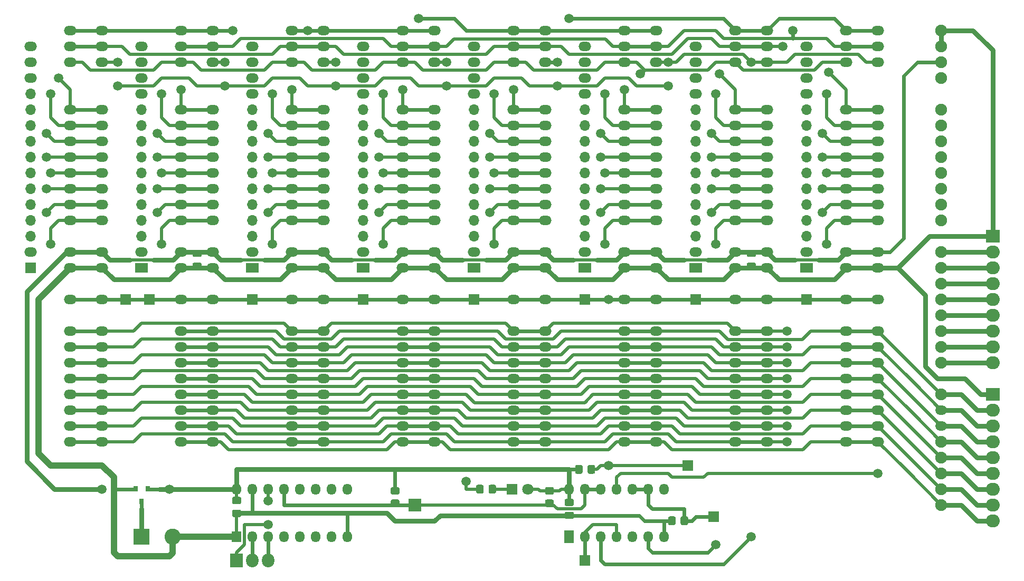
<source format=gbr>
%TF.GenerationSoftware,KiCad,Pcbnew,(5.1.8)-1*%
%TF.CreationDate,2025-08-13T23:43:51+03:00*%
%TF.ProjectId,Regs-v6,52656773-2d76-4362-9e6b-696361645f70,rev?*%
%TF.SameCoordinates,Original*%
%TF.FileFunction,Copper,L2,Bot*%
%TF.FilePolarity,Positive*%
%FSLAX46Y46*%
G04 Gerber Fmt 4.6, Leading zero omitted, Abs format (unit mm)*
G04 Created by KiCad (PCBNEW (5.1.8)-1) date 2025-08-13 23:43:51*
%MOMM*%
%LPD*%
G01*
G04 APERTURE LIST*
%TA.AperFunction,ComponentPad*%
%ADD10R,1.700000X1.700000*%
%TD*%
%TA.AperFunction,ComponentPad*%
%ADD11C,1.800000*%
%TD*%
%TA.AperFunction,ComponentPad*%
%ADD12R,1.800000X1.800000*%
%TD*%
%TA.AperFunction,ComponentPad*%
%ADD13O,2.000000X1.500000*%
%TD*%
%TA.AperFunction,ComponentPad*%
%ADD14O,1.700000X1.700000*%
%TD*%
%TA.AperFunction,ComponentPad*%
%ADD15R,2.000000X1.500000*%
%TD*%
%TA.AperFunction,SMDPad,CuDef*%
%ADD16R,0.800000X0.900000*%
%TD*%
%TA.AperFunction,ComponentPad*%
%ADD17O,2.200000X2.100000*%
%TD*%
%TA.AperFunction,ComponentPad*%
%ADD18R,2.200000X2.100000*%
%TD*%
%TA.AperFunction,ComponentPad*%
%ADD19O,1.900000X1.900000*%
%TD*%
%TA.AperFunction,ComponentPad*%
%ADD20O,1.900000X1.500000*%
%TD*%
%TA.AperFunction,ComponentPad*%
%ADD21C,2.600000*%
%TD*%
%TA.AperFunction,ComponentPad*%
%ADD22R,2.600000X2.600000*%
%TD*%
%TA.AperFunction,ComponentPad*%
%ADD23O,1.500000X1.800000*%
%TD*%
%TA.AperFunction,ComponentPad*%
%ADD24R,1.500000X2.000000*%
%TD*%
%TA.AperFunction,ComponentPad*%
%ADD25R,1.500000X1.800000*%
%TD*%
%TA.AperFunction,ComponentPad*%
%ADD26R,2.000000X2.000000*%
%TD*%
%TA.AperFunction,ComponentPad*%
%ADD27O,2.000000X2.200000*%
%TD*%
%TA.AperFunction,ComponentPad*%
%ADD28R,2.000000X2.200000*%
%TD*%
%TA.AperFunction,ViaPad*%
%ADD29C,1.500000*%
%TD*%
%TA.AperFunction,Conductor*%
%ADD30C,0.600000*%
%TD*%
%TA.AperFunction,Conductor*%
%ADD31C,0.800000*%
%TD*%
%TA.AperFunction,Conductor*%
%ADD32C,0.500000*%
%TD*%
%TA.AperFunction,Conductor*%
%ADD33C,1.000000*%
%TD*%
G04 APERTURE END LIST*
%TO.P,R2,2*%
%TO.N,/~MUL*%
%TA.AperFunction,SMDPad,CuDef*%
G36*
G01*
X99244999Y-99460000D02*
X100145001Y-99460000D01*
G75*
G02*
X100395000Y-99709999I0J-249999D01*
G01*
X100395000Y-100410001D01*
G75*
G02*
X100145001Y-100660000I-249999J0D01*
G01*
X99244999Y-100660000D01*
G75*
G02*
X98995000Y-100410001I0J249999D01*
G01*
X98995000Y-99709999D01*
G75*
G02*
X99244999Y-99460000I249999J0D01*
G01*
G37*
%TD.AperFunction*%
%TO.P,R2,1*%
%TO.N,VCC*%
%TA.AperFunction,SMDPad,CuDef*%
G36*
G01*
X99244999Y-97460000D02*
X100145001Y-97460000D01*
G75*
G02*
X100395000Y-97709999I0J-249999D01*
G01*
X100395000Y-98410001D01*
G75*
G02*
X100145001Y-98660000I-249999J0D01*
G01*
X99244999Y-98660000D01*
G75*
G02*
X98995000Y-98410001I0J249999D01*
G01*
X98995000Y-97709999D01*
G75*
G02*
X99244999Y-97460000I249999J0D01*
G01*
G37*
%TD.AperFunction*%
%TD*%
%TO.P,R1,2*%
%TO.N,/~Bank1*%
%TA.AperFunction,SMDPad,CuDef*%
G36*
G01*
X89135000Y-97339999D02*
X89135000Y-98240001D01*
G75*
G02*
X88885001Y-98490000I-249999J0D01*
G01*
X88184999Y-98490000D01*
G75*
G02*
X87935000Y-98240001I0J249999D01*
G01*
X87935000Y-97339999D01*
G75*
G02*
X88184999Y-97090000I249999J0D01*
G01*
X88885001Y-97090000D01*
G75*
G02*
X89135000Y-97339999I0J-249999D01*
G01*
G37*
%TD.AperFunction*%
%TO.P,R1,1*%
%TO.N,Net-(D1-Pad1)*%
%TA.AperFunction,SMDPad,CuDef*%
G36*
G01*
X91135000Y-97339999D02*
X91135000Y-98240001D01*
G75*
G02*
X90885001Y-98490000I-249999J0D01*
G01*
X90184999Y-98490000D01*
G75*
G02*
X89935000Y-98240001I0J249999D01*
G01*
X89935000Y-97339999D01*
G75*
G02*
X90184999Y-97090000I249999J0D01*
G01*
X90885001Y-97090000D01*
G75*
G02*
X91135000Y-97339999I0J-249999D01*
G01*
G37*
%TD.AperFunction*%
%TD*%
D10*
%TO.P,J24,1*%
%TO.N,/~Res*%
X69850000Y-67310000D03*
%TD*%
%TO.P,J23,1*%
%TO.N,/~Res*%
X123190000Y-67310000D03*
%TD*%
%TO.P,J22,1*%
%TO.N,/~Res*%
X31750000Y-67310000D03*
%TD*%
%TO.P,J21,1*%
%TO.N,/~Res*%
X105410000Y-67310000D03*
%TD*%
%TO.P,J10,1*%
%TO.N,/~Res*%
X140970000Y-67310000D03*
%TD*%
%TO.P,J9,1*%
%TO.N,/~Res*%
X121920000Y-93980000D03*
%TD*%
D11*
%TO.P,D1,2*%
%TO.N,VCC*%
X96202500Y-97790000D03*
D12*
%TO.P,D1,1*%
%TO.N,Net-(D1-Pad1)*%
X93662500Y-97790000D03*
%TD*%
D13*
%TO.P,J8,15*%
%TO.N,/R7.7*%
X16510000Y-26670000D03*
%TO.P,J8,14*%
%TO.N,Net-(J8-Pad14)*%
X16510000Y-29210000D03*
%TO.P,J8,13*%
%TO.N,/R7.6*%
X16510000Y-31750000D03*
D14*
%TO.P,J8,12*%
%TO.N,Net-(J8-Pad12)*%
X16510000Y-34290000D03*
%TO.P,J8,11*%
%TO.N,/R7.5*%
X16510000Y-36830000D03*
%TO.P,J8,10*%
%TO.N,Net-(J8-Pad10)*%
X16510000Y-39370000D03*
%TO.P,J8,9*%
%TO.N,/R7.4*%
X16510000Y-41910000D03*
%TO.P,J8,8*%
%TO.N,Net-(J8-Pad8)*%
X16510000Y-44450000D03*
%TO.P,J8,7*%
%TO.N,/R7.3*%
X16510000Y-46990000D03*
%TO.P,J8,6*%
%TO.N,Net-(J8-Pad6)*%
X16510000Y-49530000D03*
%TO.P,J8,5*%
%TO.N,/R7.2*%
X16510000Y-52070000D03*
%TO.P,J8,4*%
%TO.N,Net-(J8-Pad4)*%
X16510000Y-54610000D03*
%TO.P,J8,3*%
%TO.N,/R7.1*%
X16510000Y-57150000D03*
D13*
%TO.P,J8,2*%
%TO.N,Net-(J8-Pad2)*%
X16510000Y-59690000D03*
D10*
%TO.P,J8,1*%
%TO.N,/R7.0*%
X16510000Y-62230000D03*
%TD*%
D13*
%TO.P,J7,15*%
%TO.N,/R6.7*%
X34290000Y-26670000D03*
%TO.P,J7,14*%
%TO.N,Net-(J7-Pad14)*%
X34290000Y-29210000D03*
%TO.P,J7,13*%
%TO.N,/R6.6*%
X34290000Y-31750000D03*
%TO.P,J7,12*%
%TO.N,Net-(J7-Pad12)*%
X34290000Y-34290000D03*
D14*
%TO.P,J7,11*%
%TO.N,/R6.5*%
X34290000Y-36830000D03*
%TO.P,J7,10*%
%TO.N,Net-(J7-Pad10)*%
X34290000Y-39370000D03*
%TO.P,J7,9*%
%TO.N,/R6.4*%
X34290000Y-41910000D03*
%TO.P,J7,8*%
%TO.N,Net-(J7-Pad8)*%
X34290000Y-44450000D03*
%TO.P,J7,7*%
%TO.N,/R6.3*%
X34290000Y-46990000D03*
%TO.P,J7,6*%
%TO.N,Net-(J7-Pad6)*%
X34290000Y-49530000D03*
%TO.P,J7,5*%
%TO.N,/R6.2*%
X34290000Y-52070000D03*
%TO.P,J7,4*%
%TO.N,Net-(J7-Pad4)*%
X34290000Y-54610000D03*
%TO.P,J7,3*%
%TO.N,/R6.1*%
X34290000Y-57150000D03*
D13*
%TO.P,J7,2*%
%TO.N,Net-(J7-Pad2)*%
X34290000Y-59690000D03*
D15*
%TO.P,J7,1*%
%TO.N,/R6.0*%
X34290000Y-62230000D03*
%TD*%
D13*
%TO.P,J6,15*%
%TO.N,/R5.7*%
X52070000Y-26670000D03*
%TO.P,J6,14*%
%TO.N,Net-(J6-Pad14)*%
X52070000Y-29210000D03*
%TO.P,J6,13*%
%TO.N,/R5.6*%
X52070000Y-31750000D03*
%TO.P,J6,12*%
%TO.N,Net-(J6-Pad12)*%
X52070000Y-34290000D03*
D14*
%TO.P,J6,11*%
%TO.N,/R5.5*%
X52070000Y-36830000D03*
%TO.P,J6,10*%
%TO.N,Net-(J6-Pad10)*%
X52070000Y-39370000D03*
%TO.P,J6,9*%
%TO.N,/R5.4*%
X52070000Y-41910000D03*
%TO.P,J6,8*%
%TO.N,Net-(J6-Pad8)*%
X52070000Y-44450000D03*
%TO.P,J6,7*%
%TO.N,/R5.3*%
X52070000Y-46990000D03*
%TO.P,J6,6*%
%TO.N,Net-(J6-Pad6)*%
X52070000Y-49530000D03*
%TO.P,J6,5*%
%TO.N,/R5.2*%
X52070000Y-52070000D03*
%TO.P,J6,4*%
%TO.N,Net-(J6-Pad4)*%
X52070000Y-54610000D03*
%TO.P,J6,3*%
%TO.N,/R5.1*%
X52070000Y-57150000D03*
D13*
%TO.P,J6,2*%
%TO.N,Net-(J6-Pad2)*%
X52070000Y-59690000D03*
D15*
%TO.P,J6,1*%
%TO.N,/R5.0*%
X52070000Y-62230000D03*
%TD*%
D13*
%TO.P,J5,15*%
%TO.N,/R4.7*%
X69850000Y-26670000D03*
%TO.P,J5,14*%
%TO.N,Net-(J5-Pad14)*%
X69850000Y-29210000D03*
%TO.P,J5,13*%
%TO.N,/R4.6*%
X69850000Y-31750000D03*
%TO.P,J5,12*%
%TO.N,Net-(J5-Pad12)*%
X69850000Y-34290000D03*
D14*
%TO.P,J5,11*%
%TO.N,/R4.5*%
X69850000Y-36830000D03*
%TO.P,J5,10*%
%TO.N,Net-(J5-Pad10)*%
X69850000Y-39370000D03*
%TO.P,J5,9*%
%TO.N,/R4.4*%
X69850000Y-41910000D03*
%TO.P,J5,8*%
%TO.N,Net-(J5-Pad8)*%
X69850000Y-44450000D03*
%TO.P,J5,7*%
%TO.N,/R4.3*%
X69850000Y-46990000D03*
%TO.P,J5,6*%
%TO.N,Net-(J5-Pad6)*%
X69850000Y-49530000D03*
%TO.P,J5,5*%
%TO.N,/R4.2*%
X69850000Y-52070000D03*
%TO.P,J5,4*%
%TO.N,Net-(J5-Pad4)*%
X69850000Y-54610000D03*
%TO.P,J5,3*%
%TO.N,/R4.1*%
X69850000Y-57150000D03*
D13*
%TO.P,J5,2*%
%TO.N,Net-(J5-Pad2)*%
X69850000Y-59690000D03*
D15*
%TO.P,J5,1*%
%TO.N,/R4.0*%
X69850000Y-62230000D03*
%TD*%
D13*
%TO.P,J4,15*%
%TO.N,/R3.7*%
X87630000Y-26670000D03*
%TO.P,J4,14*%
%TO.N,Net-(J4-Pad14)*%
X87630000Y-29210000D03*
%TO.P,J4,13*%
%TO.N,/R3.6*%
X87630000Y-31750000D03*
%TO.P,J4,12*%
%TO.N,Net-(J4-Pad12)*%
X87630000Y-34290000D03*
D14*
%TO.P,J4,11*%
%TO.N,/R3.5*%
X87630000Y-36830000D03*
%TO.P,J4,10*%
%TO.N,Net-(J4-Pad10)*%
X87630000Y-39370000D03*
%TO.P,J4,9*%
%TO.N,/R3.4*%
X87630000Y-41910000D03*
%TO.P,J4,8*%
%TO.N,Net-(J4-Pad8)*%
X87630000Y-44450000D03*
%TO.P,J4,7*%
%TO.N,/R3.3*%
X87630000Y-46990000D03*
%TO.P,J4,6*%
%TO.N,Net-(J4-Pad6)*%
X87630000Y-49530000D03*
%TO.P,J4,5*%
%TO.N,/R3.2*%
X87630000Y-52070000D03*
%TO.P,J4,4*%
%TO.N,Net-(J4-Pad4)*%
X87630000Y-54610000D03*
%TO.P,J4,3*%
%TO.N,/R3.1*%
X87630000Y-57150000D03*
D13*
%TO.P,J4,2*%
%TO.N,Net-(J4-Pad2)*%
X87630000Y-59690000D03*
D15*
%TO.P,J4,1*%
%TO.N,/R3.0*%
X87630000Y-62230000D03*
%TD*%
D13*
%TO.P,J3,15*%
%TO.N,/R2.7*%
X105410000Y-26670000D03*
%TO.P,J3,14*%
%TO.N,Net-(J3-Pad14)*%
X105410000Y-29210000D03*
%TO.P,J3,13*%
%TO.N,/R2.6*%
X105410000Y-31750000D03*
%TO.P,J3,12*%
%TO.N,Net-(J3-Pad12)*%
X105410000Y-34290000D03*
D14*
%TO.P,J3,11*%
%TO.N,/R2.5*%
X105410000Y-36830000D03*
%TO.P,J3,10*%
%TO.N,Net-(J3-Pad10)*%
X105410000Y-39370000D03*
%TO.P,J3,9*%
%TO.N,/R2.4*%
X105410000Y-41910000D03*
%TO.P,J3,8*%
%TO.N,Net-(J3-Pad8)*%
X105410000Y-44450000D03*
%TO.P,J3,7*%
%TO.N,/R2.3*%
X105410000Y-46990000D03*
%TO.P,J3,6*%
%TO.N,Net-(J3-Pad6)*%
X105410000Y-49530000D03*
%TO.P,J3,5*%
%TO.N,/R2.2*%
X105410000Y-52070000D03*
%TO.P,J3,4*%
%TO.N,Net-(J3-Pad4)*%
X105410000Y-54610000D03*
%TO.P,J3,3*%
%TO.N,/R2.1*%
X105410000Y-57150000D03*
D13*
%TO.P,J3,2*%
%TO.N,Net-(J3-Pad2)*%
X105410000Y-59690000D03*
D15*
%TO.P,J3,1*%
%TO.N,/R2.0*%
X105410000Y-62230000D03*
%TD*%
D13*
%TO.P,J2,15*%
%TO.N,/R1.7*%
X123190000Y-26670000D03*
%TO.P,J2,14*%
%TO.N,Net-(J2-Pad14)*%
X123190000Y-29210000D03*
%TO.P,J2,13*%
%TO.N,/R1.6*%
X123190000Y-31750000D03*
%TO.P,J2,12*%
%TO.N,Net-(J2-Pad12)*%
X123190000Y-34290000D03*
D14*
%TO.P,J2,11*%
%TO.N,/R1.5*%
X123190000Y-36830000D03*
%TO.P,J2,10*%
%TO.N,Net-(J2-Pad10)*%
X123190000Y-39370000D03*
%TO.P,J2,9*%
%TO.N,/R1.4*%
X123190000Y-41910000D03*
%TO.P,J2,8*%
%TO.N,Net-(J2-Pad8)*%
X123190000Y-44450000D03*
%TO.P,J2,7*%
%TO.N,/R1.3*%
X123190000Y-46990000D03*
%TO.P,J2,6*%
%TO.N,Net-(J2-Pad6)*%
X123190000Y-49530000D03*
%TO.P,J2,5*%
%TO.N,/R1.2*%
X123190000Y-52070000D03*
%TO.P,J2,4*%
%TO.N,Net-(J2-Pad4)*%
X123190000Y-54610000D03*
%TO.P,J2,3*%
%TO.N,/R1.1*%
X123190000Y-57150000D03*
D13*
%TO.P,J2,2*%
%TO.N,Net-(J2-Pad2)*%
X123190000Y-59690000D03*
D15*
%TO.P,J2,1*%
%TO.N,/R1.0*%
X123190000Y-62230000D03*
%TD*%
D13*
%TO.P,J1,15*%
%TO.N,/R0.7*%
X140970000Y-26670000D03*
%TO.P,J1,14*%
%TO.N,Net-(J1-Pad14)*%
X140970000Y-29210000D03*
%TO.P,J1,13*%
%TO.N,/R0.6*%
X140970000Y-31750000D03*
%TO.P,J1,12*%
%TO.N,Net-(J1-Pad12)*%
X140970000Y-34290000D03*
D14*
%TO.P,J1,11*%
%TO.N,/R0.5*%
X140970000Y-36830000D03*
%TO.P,J1,10*%
%TO.N,Net-(J1-Pad10)*%
X140970000Y-39370000D03*
%TO.P,J1,9*%
%TO.N,/R0.4*%
X140970000Y-41910000D03*
%TO.P,J1,8*%
%TO.N,Net-(J1-Pad8)*%
X140970000Y-44450000D03*
%TO.P,J1,7*%
%TO.N,/R0.3*%
X140970000Y-46990000D03*
%TO.P,J1,6*%
%TO.N,Net-(J1-Pad6)*%
X140970000Y-49530000D03*
%TO.P,J1,5*%
%TO.N,/R0.2*%
X140970000Y-52070000D03*
%TO.P,J1,4*%
%TO.N,Net-(J1-Pad4)*%
X140970000Y-54610000D03*
%TO.P,J1,3*%
%TO.N,/R0.1*%
X140970000Y-57150000D03*
D13*
%TO.P,J1,2*%
%TO.N,Net-(J1-Pad2)*%
X140970000Y-59690000D03*
D15*
%TO.P,J1,1*%
%TO.N,/R0.0*%
X140970000Y-62230000D03*
%TD*%
D10*
%TO.P,J19,1*%
%TO.N,/~Res*%
X35560000Y-67310000D03*
%TD*%
%TO.P,J20,1*%
%TO.N,/~Res*%
X52070000Y-67310000D03*
%TD*%
%TO.P,R5,2*%
%TO.N,VCC*%
%TA.AperFunction,SMDPad,CuDef*%
G36*
G01*
X75380001Y-98660000D02*
X74479999Y-98660000D01*
G75*
G02*
X74230000Y-98410001I0J249999D01*
G01*
X74230000Y-97709999D01*
G75*
G02*
X74479999Y-97460000I249999J0D01*
G01*
X75380001Y-97460000D01*
G75*
G02*
X75630000Y-97709999I0J-249999D01*
G01*
X75630000Y-98410001D01*
G75*
G02*
X75380001Y-98660000I-249999J0D01*
G01*
G37*
%TD.AperFunction*%
%TO.P,R5,1*%
%TO.N,/~MUL*%
%TA.AperFunction,SMDPad,CuDef*%
G36*
G01*
X75380001Y-100660000D02*
X74479999Y-100660000D01*
G75*
G02*
X74230000Y-100410001I0J249999D01*
G01*
X74230000Y-99709999D01*
G75*
G02*
X74479999Y-99460000I249999J0D01*
G01*
X75380001Y-99460000D01*
G75*
G02*
X75630000Y-99709999I0J-249999D01*
G01*
X75630000Y-100410001D01*
G75*
G02*
X75380001Y-100660000I-249999J0D01*
G01*
G37*
%TD.AperFunction*%
%TD*%
D13*
%TO.P,U19,22*%
%TO.N,/~R3*%
X22860000Y-24130000D03*
%TO.P,U19,21*%
%TO.N,/~H*%
X22860000Y-26670000D03*
%TO.P,U19,20*%
%TO.N,/~Bank1*%
X22860000Y-29210000D03*
%TO.P,U19,19*%
%TO.N,/R7.7*%
X22860000Y-36830000D03*
%TO.P,U19,18*%
%TO.N,/R7.6*%
X22860000Y-39370000D03*
%TO.P,U19,17*%
%TO.N,/R7.5*%
X22860000Y-41910000D03*
%TO.P,U19,16*%
%TO.N,/R7.4*%
X22860000Y-44450000D03*
%TO.P,U19,15*%
%TO.N,/R7.3*%
X22860000Y-46990000D03*
%TO.P,U19,14*%
%TO.N,/R7.2*%
X22860000Y-49530000D03*
%TO.P,U19,13*%
%TO.N,/R7.1*%
X22860000Y-52070000D03*
%TO.P,U19,12*%
%TO.N,/R7.0*%
X22860000Y-54610000D03*
%TO.P,U19,11*%
%TO.N,VCC*%
X22860000Y-59690000D03*
%TO.P,U19,10*%
%TO.N,GND*%
X22860000Y-62230000D03*
%TO.P,U19,9*%
%TO.N,/~Res*%
X22860000Y-67310000D03*
%TO.P,U19,8*%
%TO.N,/H0*%
X22860000Y-72390000D03*
%TO.P,U19,7*%
%TO.N,/H1*%
X22860000Y-74930000D03*
%TO.P,U19,6*%
%TO.N,/H2*%
X22860000Y-77470000D03*
%TO.P,U19,5*%
%TO.N,/H3*%
X22860000Y-80010000D03*
%TO.P,U19,4*%
%TO.N,/H4*%
X22860000Y-82550000D03*
%TO.P,U19,3*%
%TO.N,/H5*%
X22860000Y-85090000D03*
%TO.P,U19,2*%
%TO.N,/H6*%
X22860000Y-87630000D03*
%TO.P,U19,1*%
%TO.N,/H7*%
X22860000Y-90170000D03*
%TD*%
%TO.P,U18,22*%
%TO.N,/~R3*%
X40640000Y-24130000D03*
%TO.P,U18,21*%
%TO.N,/~L*%
X40640000Y-26670000D03*
%TO.P,U18,20*%
%TO.N,/~Bank1*%
X40640000Y-29210000D03*
%TO.P,U18,19*%
%TO.N,/R6.7*%
X40640000Y-36830000D03*
%TO.P,U18,18*%
%TO.N,/R6.6*%
X40640000Y-39370000D03*
%TO.P,U18,17*%
%TO.N,/R6.5*%
X40640000Y-41910000D03*
%TO.P,U18,16*%
%TO.N,/R6.4*%
X40640000Y-44450000D03*
%TO.P,U18,15*%
%TO.N,/R6.3*%
X40640000Y-46990000D03*
%TO.P,U18,14*%
%TO.N,/R6.2*%
X40640000Y-49530000D03*
%TO.P,U18,13*%
%TO.N,/R6.1*%
X40640000Y-52070000D03*
%TO.P,U18,12*%
%TO.N,/R6.0*%
X40640000Y-54610000D03*
%TO.P,U18,11*%
%TO.N,VCC*%
X40640000Y-59690000D03*
%TO.P,U18,10*%
%TO.N,GND*%
X40640000Y-62230000D03*
%TO.P,U18,9*%
%TO.N,/~Res*%
X40640000Y-67310000D03*
%TO.P,U18,8*%
%TO.N,/L0*%
X40640000Y-72390000D03*
%TO.P,U18,7*%
%TO.N,/L1*%
X40640000Y-74930000D03*
%TO.P,U18,6*%
%TO.N,/L2*%
X40640000Y-77470000D03*
%TO.P,U18,5*%
%TO.N,/L3*%
X40640000Y-80010000D03*
%TO.P,U18,4*%
%TO.N,/L4*%
X40640000Y-82550000D03*
%TO.P,U18,3*%
%TO.N,/L5*%
X40640000Y-85090000D03*
%TO.P,U18,2*%
%TO.N,/L6*%
X40640000Y-87630000D03*
%TO.P,U18,1*%
%TO.N,/L7*%
X40640000Y-90170000D03*
%TD*%
%TO.P,U17,22*%
%TO.N,/~R2*%
X58420000Y-24130000D03*
%TO.P,U17,21*%
%TO.N,/~H*%
X58420000Y-26670000D03*
%TO.P,U17,20*%
%TO.N,/~Bank1*%
X58420000Y-29210000D03*
%TO.P,U17,19*%
%TO.N,/R5.7*%
X58420000Y-36830000D03*
%TO.P,U17,18*%
%TO.N,/R5.6*%
X58420000Y-39370000D03*
%TO.P,U17,17*%
%TO.N,/R5.5*%
X58420000Y-41910000D03*
%TO.P,U17,16*%
%TO.N,/R5.4*%
X58420000Y-44450000D03*
%TO.P,U17,15*%
%TO.N,/R5.3*%
X58420000Y-46990000D03*
%TO.P,U17,14*%
%TO.N,/R5.2*%
X58420000Y-49530000D03*
%TO.P,U17,13*%
%TO.N,/R5.1*%
X58420000Y-52070000D03*
%TO.P,U17,12*%
%TO.N,/R5.0*%
X58420000Y-54610000D03*
%TO.P,U17,11*%
%TO.N,VCC*%
X58420000Y-59690000D03*
%TO.P,U17,10*%
%TO.N,GND*%
X58420000Y-62230000D03*
%TO.P,U17,9*%
%TO.N,/~Res*%
X58420000Y-67310000D03*
%TO.P,U17,8*%
%TO.N,/H0*%
X58420000Y-72390000D03*
%TO.P,U17,7*%
%TO.N,/H1*%
X58420000Y-74930000D03*
%TO.P,U17,6*%
%TO.N,/H2*%
X58420000Y-77470000D03*
%TO.P,U17,5*%
%TO.N,/H3*%
X58420000Y-80010000D03*
%TO.P,U17,4*%
%TO.N,/H4*%
X58420000Y-82550000D03*
%TO.P,U17,3*%
%TO.N,/H5*%
X58420000Y-85090000D03*
%TO.P,U17,2*%
%TO.N,/H6*%
X58420000Y-87630000D03*
%TO.P,U17,1*%
%TO.N,/H7*%
X58420000Y-90170000D03*
%TD*%
%TO.P,U16,22*%
%TO.N,/~R2*%
X76200000Y-24130000D03*
%TO.P,U16,21*%
%TO.N,/~L*%
X76200000Y-26670000D03*
%TO.P,U16,20*%
%TO.N,/~Bank1*%
X76200000Y-29210000D03*
%TO.P,U16,19*%
%TO.N,/R4.7*%
X76200000Y-36830000D03*
%TO.P,U16,18*%
%TO.N,/R4.6*%
X76200000Y-39370000D03*
%TO.P,U16,17*%
%TO.N,/R4.5*%
X76200000Y-41910000D03*
%TO.P,U16,16*%
%TO.N,/R4.4*%
X76200000Y-44450000D03*
%TO.P,U16,15*%
%TO.N,/R4.3*%
X76200000Y-46990000D03*
%TO.P,U16,14*%
%TO.N,/R4.2*%
X76200000Y-49530000D03*
%TO.P,U16,13*%
%TO.N,/R4.1*%
X76200000Y-52070000D03*
%TO.P,U16,12*%
%TO.N,/R4.0*%
X76200000Y-54610000D03*
%TO.P,U16,11*%
%TO.N,VCC*%
X76200000Y-59690000D03*
%TO.P,U16,10*%
%TO.N,GND*%
X76200000Y-62230000D03*
%TO.P,U16,9*%
%TO.N,/~Res*%
X76200000Y-67310000D03*
%TO.P,U16,8*%
%TO.N,/L0*%
X76200000Y-72390000D03*
%TO.P,U16,7*%
%TO.N,/L1*%
X76200000Y-74930000D03*
%TO.P,U16,6*%
%TO.N,/L2*%
X76200000Y-77470000D03*
%TO.P,U16,5*%
%TO.N,/L3*%
X76200000Y-80010000D03*
%TO.P,U16,4*%
%TO.N,/L4*%
X76200000Y-82550000D03*
%TO.P,U16,3*%
%TO.N,/L5*%
X76200000Y-85090000D03*
%TO.P,U16,2*%
%TO.N,/L6*%
X76200000Y-87630000D03*
%TO.P,U16,1*%
%TO.N,/L7*%
X76200000Y-90170000D03*
%TD*%
%TO.P,U12,22*%
%TO.N,/~R1*%
X93980000Y-24130000D03*
%TO.P,U12,21*%
%TO.N,/~H*%
X93980000Y-26670000D03*
%TO.P,U12,20*%
%TO.N,/~Bank1*%
X93980000Y-29210000D03*
%TO.P,U12,19*%
%TO.N,/R3.7*%
X93980000Y-36830000D03*
%TO.P,U12,18*%
%TO.N,/R3.6*%
X93980000Y-39370000D03*
%TO.P,U12,17*%
%TO.N,/R3.5*%
X93980000Y-41910000D03*
%TO.P,U12,16*%
%TO.N,/R3.4*%
X93980000Y-44450000D03*
%TO.P,U12,15*%
%TO.N,/R3.3*%
X93980000Y-46990000D03*
%TO.P,U12,14*%
%TO.N,/R3.2*%
X93980000Y-49530000D03*
%TO.P,U12,13*%
%TO.N,/R3.1*%
X93980000Y-52070000D03*
%TO.P,U12,12*%
%TO.N,/R3.0*%
X93980000Y-54610000D03*
%TO.P,U12,11*%
%TO.N,VCC*%
X93980000Y-59690000D03*
%TO.P,U12,10*%
%TO.N,GND*%
X93980000Y-62230000D03*
%TO.P,U12,9*%
%TO.N,/~Res*%
X93980000Y-67310000D03*
%TO.P,U12,8*%
%TO.N,/H0*%
X93980000Y-72390000D03*
%TO.P,U12,7*%
%TO.N,/H1*%
X93980000Y-74930000D03*
%TO.P,U12,6*%
%TO.N,/H2*%
X93980000Y-77470000D03*
%TO.P,U12,5*%
%TO.N,/H3*%
X93980000Y-80010000D03*
%TO.P,U12,4*%
%TO.N,/H4*%
X93980000Y-82550000D03*
%TO.P,U12,3*%
%TO.N,/H5*%
X93980000Y-85090000D03*
%TO.P,U12,2*%
%TO.N,/H6*%
X93980000Y-87630000D03*
%TO.P,U12,1*%
%TO.N,/H7*%
X93980000Y-90170000D03*
%TD*%
%TO.P,U11,22*%
%TO.N,/~R1*%
X111760000Y-24130000D03*
%TO.P,U11,21*%
%TO.N,/~L*%
X111760000Y-26670000D03*
%TO.P,U11,20*%
%TO.N,/~Bank1*%
X111760000Y-29210000D03*
%TO.P,U11,19*%
%TO.N,/R2.7*%
X111760000Y-36830000D03*
%TO.P,U11,18*%
%TO.N,/R2.6*%
X111760000Y-39370000D03*
%TO.P,U11,17*%
%TO.N,/R2.5*%
X111760000Y-41910000D03*
%TO.P,U11,16*%
%TO.N,/R2.4*%
X111760000Y-44450000D03*
%TO.P,U11,15*%
%TO.N,/R2.3*%
X111760000Y-46990000D03*
%TO.P,U11,14*%
%TO.N,/R2.2*%
X111760000Y-49530000D03*
%TO.P,U11,13*%
%TO.N,/R2.1*%
X111760000Y-52070000D03*
%TO.P,U11,12*%
%TO.N,/R2.0*%
X111760000Y-54610000D03*
%TO.P,U11,11*%
%TO.N,VCC*%
X111760000Y-59690000D03*
%TO.P,U11,10*%
%TO.N,GND*%
X111760000Y-62230000D03*
%TO.P,U11,9*%
%TO.N,/~Res*%
X111760000Y-67310000D03*
%TO.P,U11,8*%
%TO.N,/L0*%
X111760000Y-72390000D03*
%TO.P,U11,7*%
%TO.N,/L1*%
X111760000Y-74930000D03*
%TO.P,U11,6*%
%TO.N,/L2*%
X111760000Y-77470000D03*
%TO.P,U11,5*%
%TO.N,/L3*%
X111760000Y-80010000D03*
%TO.P,U11,4*%
%TO.N,/L4*%
X111760000Y-82550000D03*
%TO.P,U11,3*%
%TO.N,/L5*%
X111760000Y-85090000D03*
%TO.P,U11,2*%
%TO.N,/L6*%
X111760000Y-87630000D03*
%TO.P,U11,1*%
%TO.N,/L7*%
X111760000Y-90170000D03*
%TD*%
%TO.P,U10,22*%
%TO.N,/~R0*%
X129540000Y-24130000D03*
%TO.P,U10,21*%
%TO.N,/~H*%
X129540000Y-26670000D03*
%TO.P,U10,20*%
%TO.N,/~Bank1*%
X129540000Y-29210000D03*
%TO.P,U10,19*%
%TO.N,/R1.7*%
X129540000Y-36830000D03*
%TO.P,U10,18*%
%TO.N,/R1.6*%
X129540000Y-39370000D03*
%TO.P,U10,17*%
%TO.N,/R1.5*%
X129540000Y-41910000D03*
%TO.P,U10,16*%
%TO.N,/R1.4*%
X129540000Y-44450000D03*
%TO.P,U10,15*%
%TO.N,/R1.3*%
X129540000Y-46990000D03*
%TO.P,U10,14*%
%TO.N,/R1.2*%
X129540000Y-49530000D03*
%TO.P,U10,13*%
%TO.N,/R1.1*%
X129540000Y-52070000D03*
%TO.P,U10,12*%
%TO.N,/R1.0*%
X129540000Y-54610000D03*
%TO.P,U10,11*%
%TO.N,VCC*%
X129540000Y-59690000D03*
%TO.P,U10,10*%
%TO.N,GND*%
X129540000Y-62230000D03*
%TO.P,U10,9*%
%TO.N,/~Res*%
X129540000Y-67310000D03*
%TO.P,U10,8*%
%TO.N,/H0*%
X129540000Y-72390000D03*
%TO.P,U10,7*%
%TO.N,/H1*%
X129540000Y-74930000D03*
%TO.P,U10,6*%
%TO.N,/H2*%
X129540000Y-77470000D03*
%TO.P,U10,5*%
%TO.N,/H3*%
X129540000Y-80010000D03*
%TO.P,U10,4*%
%TO.N,/H4*%
X129540000Y-82550000D03*
%TO.P,U10,3*%
%TO.N,/H5*%
X129540000Y-85090000D03*
%TO.P,U10,2*%
%TO.N,/H6*%
X129540000Y-87630000D03*
%TO.P,U10,1*%
%TO.N,/H7*%
X129540000Y-90170000D03*
%TD*%
%TO.P,U9,22*%
%TO.N,/~R0*%
X147320000Y-24130000D03*
%TO.P,U9,21*%
%TO.N,/~L*%
X147320000Y-26670000D03*
%TO.P,U9,20*%
%TO.N,/~Bank1*%
X147320000Y-29210000D03*
%TO.P,U9,19*%
%TO.N,/R0.7*%
X147320000Y-36830000D03*
%TO.P,U9,18*%
%TO.N,/R0.6*%
X147320000Y-39370000D03*
%TO.P,U9,17*%
%TO.N,/R0.5*%
X147320000Y-41910000D03*
%TO.P,U9,16*%
%TO.N,/R0.4*%
X147320000Y-44450000D03*
%TO.P,U9,15*%
%TO.N,/R0.3*%
X147320000Y-46990000D03*
%TO.P,U9,14*%
%TO.N,/R0.2*%
X147320000Y-49530000D03*
%TO.P,U9,13*%
%TO.N,/R0.1*%
X147320000Y-52070000D03*
%TO.P,U9,12*%
%TO.N,/R0.0*%
X147320000Y-54610000D03*
%TO.P,U9,11*%
%TO.N,VCC*%
X147320000Y-59690000D03*
%TO.P,U9,10*%
%TO.N,GND*%
X147320000Y-62230000D03*
%TO.P,U9,9*%
%TO.N,/~Res*%
X147320000Y-67310000D03*
%TO.P,U9,8*%
%TO.N,/L0*%
X147320000Y-72390000D03*
%TO.P,U9,7*%
%TO.N,/L1*%
X147320000Y-74930000D03*
%TO.P,U9,6*%
%TO.N,/L2*%
X147320000Y-77470000D03*
%TO.P,U9,5*%
%TO.N,/L3*%
X147320000Y-80010000D03*
%TO.P,U9,4*%
%TO.N,/L4*%
X147320000Y-82550000D03*
%TO.P,U9,3*%
%TO.N,/L5*%
X147320000Y-85090000D03*
%TO.P,U9,2*%
%TO.N,/L6*%
X147320000Y-87630000D03*
%TO.P,U9,1*%
%TO.N,/L7*%
X147320000Y-90170000D03*
%TD*%
%TO.P,R7,2*%
%TO.N,GND*%
%TA.AperFunction,SMDPad,CuDef*%
G36*
G01*
X119932500Y-102419999D02*
X119932500Y-103320001D01*
G75*
G02*
X119682501Y-103570000I-249999J0D01*
G01*
X118982499Y-103570000D01*
G75*
G02*
X118732500Y-103320001I0J249999D01*
G01*
X118732500Y-102419999D01*
G75*
G02*
X118982499Y-102170000I249999J0D01*
G01*
X119682501Y-102170000D01*
G75*
G02*
X119932500Y-102419999I0J-249999D01*
G01*
G37*
%TD.AperFunction*%
%TO.P,R7,1*%
%TO.N,/~Bank0*%
%TA.AperFunction,SMDPad,CuDef*%
G36*
G01*
X121932500Y-102419999D02*
X121932500Y-103320001D01*
G75*
G02*
X121682501Y-103570000I-249999J0D01*
G01*
X120982499Y-103570000D01*
G75*
G02*
X120732500Y-103320001I0J249999D01*
G01*
X120732500Y-102419999D01*
G75*
G02*
X120982499Y-102170000I249999J0D01*
G01*
X121682501Y-102170000D01*
G75*
G02*
X121932500Y-102419999I0J-249999D01*
G01*
G37*
%TD.AperFunction*%
%TD*%
D16*
%TO.P,Q1,3*%
%TO.N,Net-(J16-Pad1)*%
X34290000Y-99742500D03*
%TO.P,Q1,2*%
%TO.N,VCC*%
X35240000Y-97742500D03*
%TO.P,Q1,1*%
%TO.N,GND*%
X33340000Y-97742500D03*
%TD*%
%TO.P,C4,2*%
%TO.N,GND*%
%TA.AperFunction,SMDPad,CuDef*%
G36*
G01*
X102395000Y-101415000D02*
X103345000Y-101415000D01*
G75*
G02*
X103595000Y-101665000I0J-250000D01*
G01*
X103595000Y-102340000D01*
G75*
G02*
X103345000Y-102590000I-250000J0D01*
G01*
X102395000Y-102590000D01*
G75*
G02*
X102145000Y-102340000I0J250000D01*
G01*
X102145000Y-101665000D01*
G75*
G02*
X102395000Y-101415000I250000J0D01*
G01*
G37*
%TD.AperFunction*%
%TO.P,C4,1*%
%TO.N,VCC*%
%TA.AperFunction,SMDPad,CuDef*%
G36*
G01*
X102395000Y-99340000D02*
X103345000Y-99340000D01*
G75*
G02*
X103595000Y-99590000I0J-250000D01*
G01*
X103595000Y-100265000D01*
G75*
G02*
X103345000Y-100515000I-250000J0D01*
G01*
X102395000Y-100515000D01*
G75*
G02*
X102145000Y-100265000I0J250000D01*
G01*
X102145000Y-99590000D01*
G75*
G02*
X102395000Y-99340000I250000J0D01*
G01*
G37*
%TD.AperFunction*%
%TD*%
%TO.P,C3,2*%
%TO.N,GND*%
%TA.AperFunction,SMDPad,CuDef*%
G36*
G01*
X49055000Y-101097500D02*
X50005000Y-101097500D01*
G75*
G02*
X50255000Y-101347500I0J-250000D01*
G01*
X50255000Y-102022500D01*
G75*
G02*
X50005000Y-102272500I-250000J0D01*
G01*
X49055000Y-102272500D01*
G75*
G02*
X48805000Y-102022500I0J250000D01*
G01*
X48805000Y-101347500D01*
G75*
G02*
X49055000Y-101097500I250000J0D01*
G01*
G37*
%TD.AperFunction*%
%TO.P,C3,1*%
%TO.N,VCC*%
%TA.AperFunction,SMDPad,CuDef*%
G36*
G01*
X49055000Y-99022500D02*
X50005000Y-99022500D01*
G75*
G02*
X50255000Y-99272500I0J-250000D01*
G01*
X50255000Y-99947500D01*
G75*
G02*
X50005000Y-100197500I-250000J0D01*
G01*
X49055000Y-100197500D01*
G75*
G02*
X48805000Y-99947500I0J250000D01*
G01*
X48805000Y-99272500D01*
G75*
G02*
X49055000Y-99022500I250000J0D01*
G01*
G37*
%TD.AperFunction*%
%TD*%
%TO.P,C2,2*%
%TO.N,GND*%
%TA.AperFunction,SMDPad,CuDef*%
G36*
G01*
X131605000Y-61410000D02*
X132555000Y-61410000D01*
G75*
G02*
X132805000Y-61660000I0J-250000D01*
G01*
X132805000Y-62335000D01*
G75*
G02*
X132555000Y-62585000I-250000J0D01*
G01*
X131605000Y-62585000D01*
G75*
G02*
X131355000Y-62335000I0J250000D01*
G01*
X131355000Y-61660000D01*
G75*
G02*
X131605000Y-61410000I250000J0D01*
G01*
G37*
%TD.AperFunction*%
%TO.P,C2,1*%
%TO.N,VCC*%
%TA.AperFunction,SMDPad,CuDef*%
G36*
G01*
X131605000Y-59335000D02*
X132555000Y-59335000D01*
G75*
G02*
X132805000Y-59585000I0J-250000D01*
G01*
X132805000Y-60260000D01*
G75*
G02*
X132555000Y-60510000I-250000J0D01*
G01*
X131605000Y-60510000D01*
G75*
G02*
X131355000Y-60260000I0J250000D01*
G01*
X131355000Y-59585000D01*
G75*
G02*
X131605000Y-59335000I250000J0D01*
G01*
G37*
%TD.AperFunction*%
%TD*%
%TO.P,C1,2*%
%TO.N,GND*%
%TA.AperFunction,SMDPad,CuDef*%
G36*
G01*
X42705000Y-61410000D02*
X43655000Y-61410000D01*
G75*
G02*
X43905000Y-61660000I0J-250000D01*
G01*
X43905000Y-62335000D01*
G75*
G02*
X43655000Y-62585000I-250000J0D01*
G01*
X42705000Y-62585000D01*
G75*
G02*
X42455000Y-62335000I0J250000D01*
G01*
X42455000Y-61660000D01*
G75*
G02*
X42705000Y-61410000I250000J0D01*
G01*
G37*
%TD.AperFunction*%
%TO.P,C1,1*%
%TO.N,VCC*%
%TA.AperFunction,SMDPad,CuDef*%
G36*
G01*
X42705000Y-59335000D02*
X43655000Y-59335000D01*
G75*
G02*
X43905000Y-59585000I0J-250000D01*
G01*
X43905000Y-60260000D01*
G75*
G02*
X43655000Y-60510000I-250000J0D01*
G01*
X42705000Y-60510000D01*
G75*
G02*
X42455000Y-60260000I0J250000D01*
G01*
X42455000Y-59585000D01*
G75*
G02*
X42705000Y-59335000I250000J0D01*
G01*
G37*
%TD.AperFunction*%
%TD*%
%TO.P,R6,2*%
%TO.N,VCC*%
%TA.AperFunction,SMDPad,CuDef*%
G36*
G01*
X105010000Y-94164999D02*
X105010000Y-95065001D01*
G75*
G02*
X104760001Y-95315000I-249999J0D01*
G01*
X104059999Y-95315000D01*
G75*
G02*
X103810000Y-95065001I0J249999D01*
G01*
X103810000Y-94164999D01*
G75*
G02*
X104059999Y-93915000I249999J0D01*
G01*
X104760001Y-93915000D01*
G75*
G02*
X105010000Y-94164999I0J-249999D01*
G01*
G37*
%TD.AperFunction*%
%TO.P,R6,1*%
%TO.N,/~Res*%
%TA.AperFunction,SMDPad,CuDef*%
G36*
G01*
X107010000Y-94164999D02*
X107010000Y-95065001D01*
G75*
G02*
X106760001Y-95315000I-249999J0D01*
G01*
X106059999Y-95315000D01*
G75*
G02*
X105810000Y-95065001I0J249999D01*
G01*
X105810000Y-94164999D01*
G75*
G02*
X106059999Y-93915000I249999J0D01*
G01*
X106760001Y-93915000D01*
G75*
G02*
X107010000Y-94164999I0J-249999D01*
G01*
G37*
%TD.AperFunction*%
%TD*%
D17*
%TO.P,J18,9*%
%TO.N,/ALU_H7*%
X170815000Y-77470000D03*
%TO.P,J18,8*%
%TO.N,Net-(J18-Pad8)*%
X170815000Y-74930000D03*
%TO.P,J18,7*%
%TO.N,Net-(J18-Pad7)*%
X170815000Y-72390000D03*
%TO.P,J18,6*%
%TO.N,Net-(J18-Pad6)*%
X170815000Y-69850000D03*
%TO.P,J18,5*%
%TO.N,Net-(J18-Pad5)*%
X170815000Y-67310000D03*
%TO.P,J18,4*%
%TO.N,Net-(J18-Pad4)*%
X170815000Y-64770000D03*
%TO.P,J18,3*%
%TO.N,Net-(J18-Pad3)*%
X170815000Y-62230000D03*
%TO.P,J18,2*%
%TO.N,/ALU_H0*%
X170815000Y-59690000D03*
D18*
%TO.P,J18,1*%
%TO.N,GND*%
X170815000Y-57150000D03*
%TD*%
D17*
%TO.P,J17,9*%
%TO.N,/L7*%
X170815000Y-102870000D03*
%TO.P,J17,8*%
%TO.N,/L6*%
X170815000Y-100330000D03*
%TO.P,J17,7*%
%TO.N,/L5*%
X170815000Y-97790000D03*
%TO.P,J17,6*%
%TO.N,/L4*%
X170815000Y-95250000D03*
%TO.P,J17,5*%
%TO.N,/L3*%
X170815000Y-92710000D03*
%TO.P,J17,4*%
%TO.N,/L2*%
X170815000Y-90170000D03*
%TO.P,J17,3*%
%TO.N,/L1*%
X170815000Y-87630000D03*
%TO.P,J17,2*%
%TO.N,/L0*%
X170815000Y-85090000D03*
D18*
%TO.P,J17,1*%
%TO.N,GND*%
X170815000Y-82550000D03*
%TD*%
D19*
%TO.P,U15,28*%
%TO.N,GND*%
X162560000Y-24130000D03*
%TO.P,U15,27*%
X162560000Y-26670000D03*
%TO.P,U15,26*%
%TO.N,VCC*%
X162560000Y-29210000D03*
%TO.P,U15,25*%
%TO.N,Net-(U14-Pad11)*%
X162560000Y-31750000D03*
%TO.P,U15,24*%
%TO.N,/H0*%
X162560000Y-36830000D03*
%TO.P,U15,23*%
%TO.N,/H1*%
X162560000Y-39370000D03*
%TO.P,U15,22*%
%TO.N,/H2*%
X162560000Y-41910000D03*
%TO.P,U15,21*%
%TO.N,/H3*%
X162560000Y-44450000D03*
%TO.P,U15,20*%
%TO.N,/H4*%
X162560000Y-46990000D03*
%TO.P,U15,19*%
%TO.N,/H5*%
X162560000Y-49530000D03*
%TO.P,U15,18*%
%TO.N,/H6*%
X162560000Y-52070000D03*
%TO.P,U15,17*%
%TO.N,/H7*%
X162560000Y-54610000D03*
%TO.P,U15,16*%
%TO.N,/ALU_H0*%
X162560000Y-59690000D03*
%TO.P,U15,15*%
%TO.N,Net-(J18-Pad3)*%
X162560000Y-62230000D03*
%TO.P,U15,14*%
%TO.N,Net-(J18-Pad4)*%
X162560000Y-64770000D03*
%TO.P,U15,13*%
%TO.N,Net-(J18-Pad5)*%
X162560000Y-67310000D03*
%TO.P,U15,12*%
%TO.N,Net-(J18-Pad6)*%
X162560000Y-69850000D03*
%TO.P,U15,11*%
%TO.N,Net-(J18-Pad7)*%
X162560000Y-72390000D03*
%TO.P,U15,10*%
%TO.N,Net-(J18-Pad8)*%
X162560000Y-74930000D03*
%TO.P,U15,9*%
%TO.N,/ALU_H7*%
X162560000Y-77470000D03*
%TO.P,U15,8*%
%TO.N,/L0*%
X162560000Y-82550000D03*
D20*
%TO.P,U15,7*%
%TO.N,/L1*%
X162560000Y-85090000D03*
%TO.P,U15,6*%
%TO.N,/L2*%
X162560000Y-87630000D03*
D19*
%TO.P,U15,5*%
%TO.N,/L3*%
X162560000Y-90170000D03*
%TO.P,U15,4*%
%TO.N,/L4*%
X162560000Y-92710000D03*
%TO.P,U15,3*%
%TO.N,/L5*%
X162560000Y-95250000D03*
%TO.P,U15,2*%
%TO.N,/L6*%
X162560000Y-97790000D03*
%TO.P,U15,1*%
%TO.N,/L7*%
X162560000Y-100330000D03*
%TD*%
D21*
%TO.P,J16,2*%
%TO.N,GND*%
X39290000Y-105410000D03*
D22*
%TO.P,J16,1*%
%TO.N,Net-(J16-Pad1)*%
X34290000Y-105410000D03*
%TD*%
D23*
%TO.P,U14,14*%
%TO.N,VCC*%
X102870000Y-97790000D03*
%TO.P,U14,7*%
%TO.N,GND*%
X118110000Y-105410000D03*
%TO.P,U14,13*%
%TO.N,/~MUL*%
X105410000Y-97790000D03*
%TO.P,U14,6*%
%TO.N,/~H*%
X115570000Y-105410000D03*
%TO.P,U14,12*%
%TO.N,/~MUL*%
X107950000Y-97790000D03*
%TO.P,U14,5*%
%TO.N,Net-(U13-Pad9)*%
X113030000Y-105410000D03*
%TO.P,U14,11*%
%TO.N,Net-(U14-Pad11)*%
X110490000Y-97790000D03*
%TO.P,U14,4*%
%TO.N,/Latch*%
X110490000Y-105410000D03*
%TO.P,U14,10*%
%TO.N,/~Bank0*%
X113030000Y-97790000D03*
%TO.P,U14,3*%
%TO.N,/~L*%
X107950000Y-105410000D03*
%TO.P,U14,9*%
%TO.N,/~Bank0*%
X115570000Y-97790000D03*
%TO.P,U14,2*%
%TO.N,/Latch*%
X105410000Y-105410000D03*
%TO.P,U14,8*%
%TO.N,/~Bank1*%
X118110000Y-97790000D03*
D24*
%TO.P,U14,1*%
%TO.N,Net-(U13-Pad10)*%
X102870000Y-105410000D03*
%TD*%
D23*
%TO.P,U13,16*%
%TO.N,VCC*%
X49530000Y-97790000D03*
%TO.P,U13,8*%
%TO.N,GND*%
X67310000Y-105410000D03*
%TO.P,U13,15*%
X52070000Y-97790000D03*
%TO.P,U13,7*%
%TO.N,/~R3*%
X64770000Y-105410000D03*
%TO.P,U13,14*%
%TO.N,/DST[0]*%
X54610000Y-97790000D03*
%TO.P,U13,6*%
%TO.N,/~R2*%
X62230000Y-105410000D03*
%TO.P,U13,13*%
%TO.N,/~MUL*%
X57150000Y-97790000D03*
%TO.P,U13,5*%
%TO.N,/~R1*%
X59690000Y-105410000D03*
%TO.P,U13,12*%
%TO.N,Net-(U13-Pad12)*%
X59690000Y-97790000D03*
%TO.P,U13,4*%
%TO.N,/~R0*%
X57150000Y-105410000D03*
%TO.P,U13,11*%
%TO.N,Net-(U13-Pad11)*%
X62230000Y-97790000D03*
%TO.P,U13,3*%
%TO.N,/DST[2]*%
X54610000Y-105410000D03*
%TO.P,U13,10*%
%TO.N,Net-(U13-Pad10)*%
X64770000Y-97790000D03*
%TO.P,U13,2*%
%TO.N,/DST[1]*%
X52070000Y-105410000D03*
%TO.P,U13,9*%
%TO.N,Net-(U13-Pad9)*%
X67310000Y-97790000D03*
D25*
%TO.P,U13,1*%
%TO.N,GND*%
X49530000Y-105410000D03*
%TD*%
D10*
%TO.P,J15,1*%
%TO.N,/Latch*%
X105410000Y-109220000D03*
%TD*%
%TO.P,J14,1*%
%TO.N,/~Bank0*%
X126047500Y-102235000D03*
%TD*%
%TO.P,J13,1*%
%TO.N,/~Res*%
X87630000Y-67310000D03*
%TD*%
D26*
%TO.P,J12,1*%
%TO.N,/~MUL*%
X78105000Y-100330000D03*
%TD*%
D27*
%TO.P,J11,3*%
%TO.N,/DST[2]*%
X54610000Y-109220000D03*
%TO.P,J11,2*%
%TO.N,/DST[1]*%
X52070000Y-109220000D03*
D28*
%TO.P,J11,1*%
%TO.N,/DST[0]*%
X49530000Y-109220000D03*
%TD*%
D13*
%TO.P,U1,22*%
%TO.N,/~R0*%
X152400000Y-24130000D03*
%TO.P,U1,21*%
%TO.N,/~L*%
X152400000Y-26670000D03*
%TO.P,U1,20*%
%TO.N,/~Bank0*%
X152400000Y-29210000D03*
%TO.P,U1,19*%
%TO.N,/R0.7*%
X152400000Y-36830000D03*
%TO.P,U1,18*%
%TO.N,/R0.6*%
X152400000Y-39370000D03*
%TO.P,U1,17*%
%TO.N,/R0.5*%
X152400000Y-41910000D03*
%TO.P,U1,16*%
%TO.N,/R0.4*%
X152400000Y-44450000D03*
%TO.P,U1,15*%
%TO.N,/R0.3*%
X152400000Y-46990000D03*
%TO.P,U1,14*%
%TO.N,/R0.2*%
X152400000Y-49530000D03*
%TO.P,U1,13*%
%TO.N,/R0.1*%
X152400000Y-52070000D03*
%TO.P,U1,12*%
%TO.N,/R0.0*%
X152400000Y-54610000D03*
%TO.P,U1,11*%
%TO.N,VCC*%
X152400000Y-59690000D03*
%TO.P,U1,10*%
%TO.N,GND*%
X152400000Y-62230000D03*
%TO.P,U1,9*%
%TO.N,/~Res*%
X152400000Y-67310000D03*
%TO.P,U1,8*%
%TO.N,/L0*%
X152400000Y-72390000D03*
%TO.P,U1,7*%
%TO.N,/L1*%
X152400000Y-74930000D03*
%TO.P,U1,6*%
%TO.N,/L2*%
X152400000Y-77470000D03*
%TO.P,U1,5*%
%TO.N,/L3*%
X152400000Y-80010000D03*
%TO.P,U1,4*%
%TO.N,/L4*%
X152400000Y-82550000D03*
%TO.P,U1,3*%
%TO.N,/L5*%
X152400000Y-85090000D03*
%TO.P,U1,2*%
%TO.N,/L6*%
X152400000Y-87630000D03*
%TO.P,U1,1*%
%TO.N,/L7*%
X152400000Y-90170000D03*
%TD*%
%TO.P,U8,22*%
%TO.N,/~R3*%
X27940000Y-24130000D03*
%TO.P,U8,21*%
%TO.N,/~H*%
X27940000Y-26670000D03*
%TO.P,U8,20*%
%TO.N,/~Bank0*%
X27940000Y-29210000D03*
%TO.P,U8,19*%
%TO.N,/R7.7*%
X27940000Y-36830000D03*
%TO.P,U8,18*%
%TO.N,/R7.6*%
X27940000Y-39370000D03*
%TO.P,U8,17*%
%TO.N,/R7.5*%
X27940000Y-41910000D03*
%TO.P,U8,16*%
%TO.N,/R7.4*%
X27940000Y-44450000D03*
%TO.P,U8,15*%
%TO.N,/R7.3*%
X27940000Y-46990000D03*
%TO.P,U8,14*%
%TO.N,/R7.2*%
X27940000Y-49530000D03*
%TO.P,U8,13*%
%TO.N,/R7.1*%
X27940000Y-52070000D03*
%TO.P,U8,12*%
%TO.N,/R7.0*%
X27940000Y-54610000D03*
%TO.P,U8,11*%
%TO.N,VCC*%
X27940000Y-59690000D03*
%TO.P,U8,10*%
%TO.N,GND*%
X27940000Y-62230000D03*
%TO.P,U8,9*%
%TO.N,/~Res*%
X27940000Y-67310000D03*
%TO.P,U8,8*%
%TO.N,/H0*%
X27940000Y-72390000D03*
%TO.P,U8,7*%
%TO.N,/H1*%
X27940000Y-74930000D03*
%TO.P,U8,6*%
%TO.N,/H2*%
X27940000Y-77470000D03*
%TO.P,U8,5*%
%TO.N,/H3*%
X27940000Y-80010000D03*
%TO.P,U8,4*%
%TO.N,/H4*%
X27940000Y-82550000D03*
%TO.P,U8,3*%
%TO.N,/H5*%
X27940000Y-85090000D03*
%TO.P,U8,2*%
%TO.N,/H6*%
X27940000Y-87630000D03*
%TO.P,U8,1*%
%TO.N,/H7*%
X27940000Y-90170000D03*
%TD*%
%TO.P,U6,22*%
%TO.N,/~R2*%
X63500000Y-24130000D03*
%TO.P,U6,21*%
%TO.N,/~H*%
X63500000Y-26670000D03*
%TO.P,U6,20*%
%TO.N,/~Bank0*%
X63500000Y-29210000D03*
%TO.P,U6,19*%
%TO.N,/R5.7*%
X63500000Y-36830000D03*
%TO.P,U6,18*%
%TO.N,/R5.6*%
X63500000Y-39370000D03*
%TO.P,U6,17*%
%TO.N,/R5.5*%
X63500000Y-41910000D03*
%TO.P,U6,16*%
%TO.N,/R5.4*%
X63500000Y-44450000D03*
%TO.P,U6,15*%
%TO.N,/R5.3*%
X63500000Y-46990000D03*
%TO.P,U6,14*%
%TO.N,/R5.2*%
X63500000Y-49530000D03*
%TO.P,U6,13*%
%TO.N,/R5.1*%
X63500000Y-52070000D03*
%TO.P,U6,12*%
%TO.N,/R5.0*%
X63500000Y-54610000D03*
%TO.P,U6,11*%
%TO.N,VCC*%
X63500000Y-59690000D03*
%TO.P,U6,10*%
%TO.N,GND*%
X63500000Y-62230000D03*
%TO.P,U6,9*%
%TO.N,/~Res*%
X63500000Y-67310000D03*
%TO.P,U6,8*%
%TO.N,/H0*%
X63500000Y-72390000D03*
%TO.P,U6,7*%
%TO.N,/H1*%
X63500000Y-74930000D03*
%TO.P,U6,6*%
%TO.N,/H2*%
X63500000Y-77470000D03*
%TO.P,U6,5*%
%TO.N,/H3*%
X63500000Y-80010000D03*
%TO.P,U6,4*%
%TO.N,/H4*%
X63500000Y-82550000D03*
%TO.P,U6,3*%
%TO.N,/H5*%
X63500000Y-85090000D03*
%TO.P,U6,2*%
%TO.N,/H6*%
X63500000Y-87630000D03*
%TO.P,U6,1*%
%TO.N,/H7*%
X63500000Y-90170000D03*
%TD*%
%TO.P,U4,22*%
%TO.N,/~R1*%
X99060000Y-24130000D03*
%TO.P,U4,21*%
%TO.N,/~H*%
X99060000Y-26670000D03*
%TO.P,U4,20*%
%TO.N,/~Bank0*%
X99060000Y-29210000D03*
%TO.P,U4,19*%
%TO.N,/R3.7*%
X99060000Y-36830000D03*
%TO.P,U4,18*%
%TO.N,/R3.6*%
X99060000Y-39370000D03*
%TO.P,U4,17*%
%TO.N,/R3.5*%
X99060000Y-41910000D03*
%TO.P,U4,16*%
%TO.N,/R3.4*%
X99060000Y-44450000D03*
%TO.P,U4,15*%
%TO.N,/R3.3*%
X99060000Y-46990000D03*
%TO.P,U4,14*%
%TO.N,/R3.2*%
X99060000Y-49530000D03*
%TO.P,U4,13*%
%TO.N,/R3.1*%
X99060000Y-52070000D03*
%TO.P,U4,12*%
%TO.N,/R3.0*%
X99060000Y-54610000D03*
%TO.P,U4,11*%
%TO.N,VCC*%
X99060000Y-59690000D03*
%TO.P,U4,10*%
%TO.N,GND*%
X99060000Y-62230000D03*
%TO.P,U4,9*%
%TO.N,/~Res*%
X99060000Y-67310000D03*
%TO.P,U4,8*%
%TO.N,/H0*%
X99060000Y-72390000D03*
%TO.P,U4,7*%
%TO.N,/H1*%
X99060000Y-74930000D03*
%TO.P,U4,6*%
%TO.N,/H2*%
X99060000Y-77470000D03*
%TO.P,U4,5*%
%TO.N,/H3*%
X99060000Y-80010000D03*
%TO.P,U4,4*%
%TO.N,/H4*%
X99060000Y-82550000D03*
%TO.P,U4,3*%
%TO.N,/H5*%
X99060000Y-85090000D03*
%TO.P,U4,2*%
%TO.N,/H6*%
X99060000Y-87630000D03*
%TO.P,U4,1*%
%TO.N,/H7*%
X99060000Y-90170000D03*
%TD*%
%TO.P,U2,22*%
%TO.N,/~R0*%
X134620000Y-24130000D03*
%TO.P,U2,21*%
%TO.N,/~H*%
X134620000Y-26670000D03*
%TO.P,U2,20*%
%TO.N,/~Bank0*%
X134620000Y-29210000D03*
%TO.P,U2,19*%
%TO.N,/R1.7*%
X134620000Y-36830000D03*
%TO.P,U2,18*%
%TO.N,/R1.6*%
X134620000Y-39370000D03*
%TO.P,U2,17*%
%TO.N,/R1.5*%
X134620000Y-41910000D03*
%TO.P,U2,16*%
%TO.N,/R1.4*%
X134620000Y-44450000D03*
%TO.P,U2,15*%
%TO.N,/R1.3*%
X134620000Y-46990000D03*
%TO.P,U2,14*%
%TO.N,/R1.2*%
X134620000Y-49530000D03*
%TO.P,U2,13*%
%TO.N,/R1.1*%
X134620000Y-52070000D03*
%TO.P,U2,12*%
%TO.N,/R1.0*%
X134620000Y-54610000D03*
%TO.P,U2,11*%
%TO.N,VCC*%
X134620000Y-59690000D03*
%TO.P,U2,10*%
%TO.N,GND*%
X134620000Y-62230000D03*
%TO.P,U2,9*%
%TO.N,/~Res*%
X134620000Y-67310000D03*
%TO.P,U2,8*%
%TO.N,/H0*%
X134620000Y-72390000D03*
%TO.P,U2,7*%
%TO.N,/H1*%
X134620000Y-74930000D03*
%TO.P,U2,6*%
%TO.N,/H2*%
X134620000Y-77470000D03*
%TO.P,U2,5*%
%TO.N,/H3*%
X134620000Y-80010000D03*
%TO.P,U2,4*%
%TO.N,/H4*%
X134620000Y-82550000D03*
%TO.P,U2,3*%
%TO.N,/H5*%
X134620000Y-85090000D03*
%TO.P,U2,2*%
%TO.N,/H6*%
X134620000Y-87630000D03*
%TO.P,U2,1*%
%TO.N,/H7*%
X134620000Y-90170000D03*
%TD*%
%TO.P,U7,22*%
%TO.N,/~R3*%
X45720000Y-24130000D03*
%TO.P,U7,21*%
%TO.N,/~L*%
X45720000Y-26670000D03*
%TO.P,U7,20*%
%TO.N,/~Bank0*%
X45720000Y-29210000D03*
%TO.P,U7,19*%
%TO.N,/R6.7*%
X45720000Y-36830000D03*
%TO.P,U7,18*%
%TO.N,/R6.6*%
X45720000Y-39370000D03*
%TO.P,U7,17*%
%TO.N,/R6.5*%
X45720000Y-41910000D03*
%TO.P,U7,16*%
%TO.N,/R6.4*%
X45720000Y-44450000D03*
%TO.P,U7,15*%
%TO.N,/R6.3*%
X45720000Y-46990000D03*
%TO.P,U7,14*%
%TO.N,/R6.2*%
X45720000Y-49530000D03*
%TO.P,U7,13*%
%TO.N,/R6.1*%
X45720000Y-52070000D03*
%TO.P,U7,12*%
%TO.N,/R6.0*%
X45720000Y-54610000D03*
%TO.P,U7,11*%
%TO.N,VCC*%
X45720000Y-59690000D03*
%TO.P,U7,10*%
%TO.N,GND*%
X45720000Y-62230000D03*
%TO.P,U7,9*%
%TO.N,/~Res*%
X45720000Y-67310000D03*
%TO.P,U7,8*%
%TO.N,/L0*%
X45720000Y-72390000D03*
%TO.P,U7,7*%
%TO.N,/L1*%
X45720000Y-74930000D03*
%TO.P,U7,6*%
%TO.N,/L2*%
X45720000Y-77470000D03*
%TO.P,U7,5*%
%TO.N,/L3*%
X45720000Y-80010000D03*
%TO.P,U7,4*%
%TO.N,/L4*%
X45720000Y-82550000D03*
%TO.P,U7,3*%
%TO.N,/L5*%
X45720000Y-85090000D03*
%TO.P,U7,2*%
%TO.N,/L6*%
X45720000Y-87630000D03*
%TO.P,U7,1*%
%TO.N,/L7*%
X45720000Y-90170000D03*
%TD*%
%TO.P,U5,22*%
%TO.N,/~R2*%
X81280000Y-24130000D03*
%TO.P,U5,21*%
%TO.N,/~L*%
X81280000Y-26670000D03*
%TO.P,U5,20*%
%TO.N,/~Bank0*%
X81280000Y-29210000D03*
%TO.P,U5,19*%
%TO.N,/R4.7*%
X81280000Y-36830000D03*
%TO.P,U5,18*%
%TO.N,/R4.6*%
X81280000Y-39370000D03*
%TO.P,U5,17*%
%TO.N,/R4.5*%
X81280000Y-41910000D03*
%TO.P,U5,16*%
%TO.N,/R4.4*%
X81280000Y-44450000D03*
%TO.P,U5,15*%
%TO.N,/R4.3*%
X81280000Y-46990000D03*
%TO.P,U5,14*%
%TO.N,/R4.2*%
X81280000Y-49530000D03*
%TO.P,U5,13*%
%TO.N,/R4.1*%
X81280000Y-52070000D03*
%TO.P,U5,12*%
%TO.N,/R4.0*%
X81280000Y-54610000D03*
%TO.P,U5,11*%
%TO.N,VCC*%
X81280000Y-59690000D03*
%TO.P,U5,10*%
%TO.N,GND*%
X81280000Y-62230000D03*
%TO.P,U5,9*%
%TO.N,/~Res*%
X81280000Y-67310000D03*
%TO.P,U5,8*%
%TO.N,/L0*%
X81280000Y-72390000D03*
%TO.P,U5,7*%
%TO.N,/L1*%
X81280000Y-74930000D03*
%TO.P,U5,6*%
%TO.N,/L2*%
X81280000Y-77470000D03*
%TO.P,U5,5*%
%TO.N,/L3*%
X81280000Y-80010000D03*
%TO.P,U5,4*%
%TO.N,/L4*%
X81280000Y-82550000D03*
%TO.P,U5,3*%
%TO.N,/L5*%
X81280000Y-85090000D03*
%TO.P,U5,2*%
%TO.N,/L6*%
X81280000Y-87630000D03*
%TO.P,U5,1*%
%TO.N,/L7*%
X81280000Y-90170000D03*
%TD*%
%TO.P,U3,22*%
%TO.N,/~R1*%
X116840000Y-24130000D03*
%TO.P,U3,21*%
%TO.N,/~L*%
X116840000Y-26670000D03*
%TO.P,U3,20*%
%TO.N,/~Bank0*%
X116840000Y-29210000D03*
%TO.P,U3,19*%
%TO.N,/R2.7*%
X116840000Y-36830000D03*
%TO.P,U3,18*%
%TO.N,/R2.6*%
X116840000Y-39370000D03*
%TO.P,U3,17*%
%TO.N,/R2.5*%
X116840000Y-41910000D03*
%TO.P,U3,16*%
%TO.N,/R2.4*%
X116840000Y-44450000D03*
%TO.P,U3,15*%
%TO.N,/R2.3*%
X116840000Y-46990000D03*
%TO.P,U3,14*%
%TO.N,/R2.2*%
X116840000Y-49530000D03*
%TO.P,U3,13*%
%TO.N,/R2.1*%
X116840000Y-52070000D03*
%TO.P,U3,12*%
%TO.N,/R2.0*%
X116840000Y-54610000D03*
%TO.P,U3,11*%
%TO.N,VCC*%
X116840000Y-59690000D03*
%TO.P,U3,10*%
%TO.N,GND*%
X116840000Y-62230000D03*
%TO.P,U3,9*%
%TO.N,/~Res*%
X116840000Y-67310000D03*
%TO.P,U3,8*%
%TO.N,/L0*%
X116840000Y-72390000D03*
%TO.P,U3,7*%
%TO.N,/L1*%
X116840000Y-74930000D03*
%TO.P,U3,6*%
%TO.N,/L2*%
X116840000Y-77470000D03*
%TO.P,U3,5*%
%TO.N,/L3*%
X116840000Y-80010000D03*
%TO.P,U3,4*%
%TO.N,/L4*%
X116840000Y-82550000D03*
%TO.P,U3,3*%
%TO.N,/L5*%
X116840000Y-85090000D03*
%TO.P,U3,2*%
%TO.N,/L6*%
X116840000Y-87630000D03*
%TO.P,U3,1*%
%TO.N,/L7*%
X116840000Y-90170000D03*
%TD*%
D29*
%TO.N,/H0*%
X137795000Y-72390000D03*
%TO.N,/H1*%
X137795000Y-74930000D03*
%TO.N,/H2*%
X137795000Y-77470000D03*
%TO.N,/H3*%
X137795000Y-80010000D03*
%TO.N,/H4*%
X137795000Y-82550000D03*
%TO.N,/H5*%
X137795000Y-85090000D03*
%TO.N,/H6*%
X137795000Y-87630000D03*
%TO.N,/H7*%
X137795000Y-90170000D03*
%TO.N,/R0.7*%
X144462500Y-30797500D03*
%TO.N,/R0.6*%
X144145000Y-34290000D03*
%TO.N,/R0.5*%
X143510000Y-40640000D03*
%TO.N,/R0.4*%
X143510000Y-44450000D03*
%TO.N,/R0.3*%
X144145000Y-46990000D03*
%TO.N,/R0.2*%
X143510000Y-49530000D03*
%TO.N,/R0.1*%
X143510000Y-53340000D03*
%TO.N,/R0.0*%
X144145000Y-58420000D03*
%TO.N,/R1.7*%
X127000000Y-31115000D03*
%TO.N,/R1.6*%
X126365000Y-34290000D03*
%TO.N,/R1.5*%
X125730000Y-40640000D03*
%TO.N,/R1.4*%
X125730000Y-44450000D03*
%TO.N,/R1.3*%
X126365000Y-46990000D03*
%TO.N,/R1.2*%
X125730000Y-49530000D03*
%TO.N,/R1.1*%
X125730000Y-53340000D03*
%TO.N,/R1.0*%
X126365000Y-58420000D03*
%TO.N,/R2.7*%
X111760000Y-33655000D03*
%TO.N,/R2.6*%
X108585000Y-34290000D03*
%TO.N,/R2.5*%
X107950000Y-40640000D03*
%TO.N,/R2.4*%
X107950000Y-44450000D03*
%TO.N,/R2.3*%
X108585000Y-46990000D03*
%TO.N,/R2.2*%
X107950000Y-49530000D03*
%TO.N,/R2.1*%
X107950000Y-53340000D03*
%TO.N,/R2.0*%
X108585000Y-58420000D03*
%TO.N,/R3.7*%
X93980000Y-33655000D03*
%TO.N,/R3.6*%
X90805000Y-34290000D03*
%TO.N,/R3.5*%
X90170000Y-40640000D03*
%TO.N,/R3.4*%
X90170000Y-44450000D03*
%TO.N,/R3.3*%
X90805000Y-46990000D03*
%TO.N,/R3.2*%
X90170000Y-49530000D03*
%TO.N,/R3.1*%
X90170000Y-53340000D03*
%TO.N,/R3.0*%
X90805000Y-58420000D03*
%TO.N,/R4.7*%
X76200000Y-33655000D03*
%TO.N,/R4.6*%
X73025000Y-34290000D03*
%TO.N,/R4.5*%
X72390000Y-40640000D03*
%TO.N,/R4.4*%
X72390000Y-44450000D03*
%TO.N,/R4.3*%
X73025000Y-46990000D03*
%TO.N,/R4.2*%
X72390000Y-49530000D03*
%TO.N,/R4.1*%
X72390000Y-53340000D03*
%TO.N,/R4.0*%
X73025000Y-58420000D03*
%TO.N,/R5.7*%
X58420000Y-33655000D03*
%TO.N,/R5.6*%
X55245000Y-34290000D03*
%TO.N,/R5.5*%
X54610000Y-40640000D03*
%TO.N,/R5.4*%
X54610000Y-44450000D03*
%TO.N,/R5.3*%
X55245000Y-46990000D03*
%TO.N,/R5.2*%
X54610000Y-49530000D03*
%TO.N,/R5.1*%
X54610000Y-53340000D03*
%TO.N,/R5.0*%
X55245000Y-58420000D03*
%TO.N,/R6.7*%
X40640000Y-33655000D03*
%TO.N,/R6.6*%
X37465000Y-34290000D03*
%TO.N,/R6.5*%
X36830000Y-40640000D03*
%TO.N,/R6.4*%
X36830000Y-44450000D03*
%TO.N,/R6.3*%
X37465000Y-46990000D03*
%TO.N,/R6.2*%
X36830000Y-49530000D03*
%TO.N,/R6.1*%
X36830000Y-53340000D03*
%TO.N,/R6.0*%
X37465000Y-58420000D03*
%TO.N,/R7.7*%
X20955000Y-31750000D03*
%TO.N,/R7.6*%
X19685000Y-34290000D03*
%TO.N,/R7.5*%
X19050000Y-40640000D03*
%TO.N,/R7.4*%
X19050000Y-44450000D03*
%TO.N,/R7.3*%
X19685000Y-46990000D03*
%TO.N,/R7.2*%
X19050000Y-49530000D03*
%TO.N,/R7.1*%
X19050000Y-53340000D03*
%TO.N,/R7.0*%
X19685000Y-58420000D03*
%TO.N,VCC*%
X27940000Y-97790000D03*
X38735000Y-97790000D03*
%TO.N,/~R0*%
X102870000Y-22225000D03*
%TO.N,/~L*%
X138747500Y-24130000D03*
X132080000Y-105410000D03*
%TO.N,/~Res*%
X109220000Y-67310000D03*
X109220000Y-93980000D03*
%TO.N,/~H*%
X126365000Y-106680000D03*
X137160000Y-26670000D03*
%TO.N,/~R1*%
X78740000Y-22225000D03*
%TO.N,/~R2*%
X60960000Y-24130000D03*
%TO.N,/~R3*%
X48895000Y-24130000D03*
%TO.N,/DST[0]*%
X54610000Y-99695000D03*
X54610000Y-103505000D03*
%TO.N,/~Bank0*%
X132080000Y-29210000D03*
X30480000Y-29210000D03*
X30480000Y-33020000D03*
X47625000Y-29210000D03*
X47625000Y-33020000D03*
X65405000Y-29210000D03*
X118745000Y-33020000D03*
X118745000Y-29210000D03*
X83185000Y-29210000D03*
X83185000Y-33020000D03*
X65405000Y-33020000D03*
X100965000Y-29210000D03*
X100965000Y-33020000D03*
%TO.N,/~Bank1*%
X114300000Y-31115000D03*
X86360000Y-96520000D03*
%TO.N,Net-(U14-Pad11)*%
X152400000Y-95250000D03*
%TD*%
D30*
%TO.N,/L0*%
X147320000Y-72390000D02*
X152400000Y-72390000D01*
X111760000Y-72390000D02*
X116840000Y-72390000D01*
X76200000Y-72390000D02*
X81280000Y-72390000D01*
D31*
X162560000Y-82550000D02*
X165735000Y-82550000D01*
X168275000Y-85090000D02*
X170815000Y-85090000D01*
X165735000Y-82550000D02*
X168275000Y-85090000D01*
D30*
X40640000Y-72390000D02*
X45720000Y-72390000D01*
D32*
X152400000Y-72390000D02*
X162560000Y-82550000D01*
X141605000Y-72390000D02*
X147320000Y-72390000D01*
X140265010Y-73729990D02*
X141605000Y-72390000D01*
X128339990Y-73729990D02*
X140265010Y-73729990D01*
X127000000Y-72390000D02*
X128339990Y-73729990D01*
X116840000Y-72390000D02*
X127000000Y-72390000D01*
X101600000Y-72390000D02*
X111760000Y-72390000D01*
X100330000Y-73660000D02*
X101600000Y-72390000D01*
X92710000Y-73660000D02*
X100330000Y-73660000D01*
X91440000Y-72390000D02*
X92710000Y-73660000D01*
X81280000Y-72390000D02*
X91440000Y-72390000D01*
X66040000Y-72390000D02*
X76200000Y-72390000D01*
X64770000Y-73660000D02*
X66040000Y-72390000D01*
X57150000Y-73660000D02*
X64770000Y-73660000D01*
X55880000Y-72390000D02*
X57150000Y-73660000D01*
X45720000Y-72390000D02*
X55880000Y-72390000D01*
D30*
%TO.N,/L1*%
X147320000Y-74930000D02*
X152400000Y-74930000D01*
X111760000Y-74930000D02*
X116840000Y-74930000D01*
X76200000Y-74930000D02*
X81280000Y-74930000D01*
D31*
X162560000Y-85090000D02*
X165735000Y-85090000D01*
X168275000Y-87630000D02*
X170815000Y-87630000D01*
X165735000Y-85090000D02*
X168275000Y-87630000D01*
D30*
X40640000Y-74930000D02*
X45720000Y-74930000D01*
D32*
X152400000Y-74930000D02*
X158115000Y-80645000D01*
X158115000Y-80645000D02*
X162560000Y-85090000D01*
X141605000Y-74930000D02*
X147320000Y-74930000D01*
X140335000Y-76200000D02*
X141605000Y-74930000D01*
X127000000Y-76200000D02*
X140335000Y-76200000D01*
X125730000Y-74930000D02*
X127000000Y-76200000D01*
X116840000Y-74930000D02*
X125730000Y-74930000D01*
X102870000Y-74930000D02*
X111760000Y-74930000D01*
X101600000Y-76200000D02*
X102870000Y-74930000D01*
X91440000Y-76200000D02*
X101600000Y-76200000D01*
X90170000Y-74930000D02*
X91440000Y-76200000D01*
X81280000Y-74930000D02*
X90170000Y-74930000D01*
X54610000Y-74930000D02*
X45720000Y-74930000D01*
X55880000Y-76200000D02*
X54610000Y-74930000D01*
X66040000Y-76200000D02*
X55880000Y-76200000D01*
X67310000Y-74930000D02*
X66040000Y-76200000D01*
X76200000Y-74930000D02*
X67310000Y-74930000D01*
D30*
%TO.N,/L2*%
X147320000Y-77470000D02*
X152400000Y-77470000D01*
X111760000Y-77470000D02*
X116840000Y-77470000D01*
X76200000Y-77470000D02*
X81280000Y-77470000D01*
D31*
X162560000Y-87630000D02*
X165735000Y-87630000D01*
X168275000Y-90170000D02*
X170815000Y-90170000D01*
X165735000Y-87630000D02*
X168275000Y-90170000D01*
D30*
X40640000Y-77470000D02*
X45720000Y-77470000D01*
D32*
X152400000Y-77470000D02*
X158750000Y-83820000D01*
X158750000Y-83820000D02*
X162560000Y-87630000D01*
X124460000Y-77470000D02*
X116840000Y-77470000D01*
X125730000Y-78740000D02*
X124460000Y-77470000D01*
X140335000Y-78740000D02*
X125730000Y-78740000D01*
X141605000Y-77470000D02*
X140335000Y-78740000D01*
X147320000Y-77470000D02*
X141605000Y-77470000D01*
X102870000Y-78740000D02*
X104140000Y-77470000D01*
X90170000Y-78740000D02*
X102870000Y-78740000D01*
X104140000Y-77470000D02*
X111760000Y-77470000D01*
X88900000Y-77470000D02*
X90170000Y-78740000D01*
X81280000Y-77470000D02*
X88900000Y-77470000D01*
X53340000Y-77470000D02*
X45720000Y-77470000D01*
X54610000Y-78740000D02*
X53340000Y-77470000D01*
X67310000Y-78740000D02*
X54610000Y-78740000D01*
X68580000Y-77470000D02*
X67310000Y-78740000D01*
X76200000Y-77470000D02*
X68580000Y-77470000D01*
D30*
%TO.N,/L3*%
X147320000Y-80010000D02*
X152400000Y-80010000D01*
X111760000Y-80010000D02*
X116840000Y-80010000D01*
X76200000Y-80010000D02*
X81280000Y-80010000D01*
D31*
X162560000Y-90170000D02*
X165735000Y-90170000D01*
X168275000Y-92710000D02*
X170815000Y-92710000D01*
X165735000Y-90170000D02*
X168275000Y-92710000D01*
D30*
X40640000Y-80010000D02*
X45720000Y-80010000D01*
D32*
X152400000Y-80010000D02*
X158115000Y-85725000D01*
X158115000Y-85725000D02*
X162560000Y-90170000D01*
X140335000Y-81280000D02*
X141605000Y-80010000D01*
X124460000Y-81280000D02*
X140335000Y-81280000D01*
X123190000Y-80010000D02*
X124460000Y-81280000D01*
X141605000Y-80010000D02*
X147320000Y-80010000D01*
X116840000Y-80010000D02*
X123190000Y-80010000D01*
X88900000Y-81280000D02*
X104140000Y-81280000D01*
X105410000Y-80010000D02*
X111760000Y-80010000D01*
X87630000Y-80010000D02*
X88900000Y-81280000D01*
X104140000Y-81280000D02*
X105410000Y-80010000D01*
X81280000Y-80010000D02*
X87630000Y-80010000D01*
X52070000Y-80010000D02*
X45720000Y-80010000D01*
X53340000Y-81280000D02*
X52070000Y-80010000D01*
X69850000Y-80010000D02*
X68580000Y-81280000D01*
X68580000Y-81280000D02*
X53340000Y-81280000D01*
X76200000Y-80010000D02*
X69850000Y-80010000D01*
D30*
%TO.N,/L4*%
X147320000Y-82550000D02*
X152400000Y-82550000D01*
X111760000Y-82550000D02*
X116840000Y-82550000D01*
X76200000Y-82550000D02*
X81280000Y-82550000D01*
D31*
X162560000Y-92710000D02*
X165735000Y-92710000D01*
X168275000Y-95250000D02*
X170815000Y-95250000D01*
X165735000Y-92710000D02*
X168275000Y-95250000D01*
D30*
X40640000Y-82550000D02*
X45720000Y-82550000D01*
D32*
X152400000Y-82550000D02*
X158750000Y-88900000D01*
X158750000Y-88900000D02*
X162560000Y-92710000D01*
X121920000Y-82550000D02*
X116840000Y-82550000D01*
X123190000Y-83820000D02*
X121920000Y-82550000D01*
X140335000Y-83820000D02*
X123190000Y-83820000D01*
X141605000Y-82550000D02*
X140335000Y-83820000D01*
X147320000Y-82550000D02*
X141605000Y-82550000D01*
X86360000Y-82550000D02*
X81280000Y-82550000D01*
X87699990Y-83889990D02*
X86360000Y-82550000D01*
X105340010Y-83889990D02*
X87699990Y-83889990D01*
X106680000Y-82550000D02*
X105340010Y-83889990D01*
X111760000Y-82550000D02*
X106680000Y-82550000D01*
X50800000Y-82550000D02*
X45720000Y-82550000D01*
X52070000Y-83820000D02*
X50800000Y-82550000D01*
X69850000Y-83820000D02*
X52070000Y-83820000D01*
X71120000Y-82550000D02*
X69850000Y-83820000D01*
X76200000Y-82550000D02*
X71120000Y-82550000D01*
D30*
%TO.N,/L5*%
X147320000Y-85090000D02*
X152400000Y-85090000D01*
X111760000Y-85090000D02*
X116840000Y-85090000D01*
X76200000Y-85090000D02*
X81280000Y-85090000D01*
D31*
X162560000Y-95250000D02*
X165735000Y-95250000D01*
X168275000Y-97790000D02*
X170815000Y-97790000D01*
X165735000Y-95250000D02*
X168275000Y-97790000D01*
D30*
X40640000Y-85090000D02*
X45720000Y-85090000D01*
D32*
X152400000Y-85090000D02*
X162560000Y-95250000D01*
X120650000Y-85090000D02*
X116840000Y-85090000D01*
X121920000Y-86360000D02*
X120650000Y-85090000D01*
X140335000Y-86360000D02*
X121920000Y-86360000D01*
X141605000Y-85090000D02*
X140335000Y-86360000D01*
X147320000Y-85090000D02*
X141605000Y-85090000D01*
X85090000Y-85090000D02*
X81280000Y-85090000D01*
X86360000Y-86360000D02*
X85090000Y-85090000D01*
X106680000Y-86360000D02*
X86360000Y-86360000D01*
X107950000Y-85090000D02*
X106680000Y-86360000D01*
X111760000Y-85090000D02*
X107950000Y-85090000D01*
X49530000Y-85090000D02*
X45720000Y-85090000D01*
X50800000Y-86360000D02*
X49530000Y-85090000D01*
X71120000Y-86360000D02*
X50800000Y-86360000D01*
X72390000Y-85090000D02*
X71120000Y-86360000D01*
X76200000Y-85090000D02*
X72390000Y-85090000D01*
D30*
%TO.N,/L6*%
X147320000Y-87630000D02*
X152400000Y-87630000D01*
X111760000Y-87630000D02*
X116840000Y-87630000D01*
X76200000Y-87630000D02*
X81280000Y-87630000D01*
D31*
X162560000Y-97790000D02*
X165735000Y-97790000D01*
X168275000Y-100330000D02*
X170815000Y-100330000D01*
X165735000Y-97790000D02*
X168275000Y-100330000D01*
D30*
X40640000Y-87630000D02*
X45720000Y-87630000D01*
D32*
X152400000Y-87630000D02*
X162560000Y-97790000D01*
X141605000Y-87630000D02*
X147320000Y-87630000D01*
X140335000Y-88900000D02*
X141605000Y-87630000D01*
X120650000Y-88900000D02*
X140335000Y-88900000D01*
X119380000Y-87630000D02*
X120650000Y-88900000D01*
X116840000Y-87630000D02*
X119380000Y-87630000D01*
X109220000Y-87630000D02*
X111760000Y-87630000D01*
X107950000Y-88900000D02*
X109220000Y-87630000D01*
X85090000Y-88900000D02*
X107950000Y-88900000D01*
X83820000Y-87630000D02*
X85090000Y-88900000D01*
X81280000Y-87630000D02*
X83820000Y-87630000D01*
X48260000Y-87630000D02*
X45720000Y-87630000D01*
X49530000Y-88900000D02*
X48260000Y-87630000D01*
X72390000Y-88900000D02*
X49530000Y-88900000D01*
X73660000Y-87630000D02*
X72390000Y-88900000D01*
X76200000Y-87630000D02*
X73660000Y-87630000D01*
D30*
%TO.N,/L7*%
X147320000Y-90170000D02*
X152400000Y-90170000D01*
X111760000Y-90170000D02*
X116840000Y-90170000D01*
X76200000Y-90170000D02*
X81280000Y-90170000D01*
D31*
X162560000Y-100330000D02*
X165735000Y-100330000D01*
X168275000Y-102870000D02*
X170815000Y-102870000D01*
X165735000Y-100330000D02*
X168275000Y-102870000D01*
D30*
X40640000Y-90170000D02*
X45720000Y-90170000D01*
D32*
X152400000Y-90170000D02*
X156845000Y-94615000D01*
X156845000Y-94615000D02*
X162560000Y-100330000D01*
X118110000Y-90170000D02*
X116840000Y-90170000D01*
X119380000Y-91440000D02*
X118110000Y-90170000D01*
X140335000Y-91440000D02*
X119380000Y-91440000D01*
X141605000Y-90170000D02*
X140335000Y-91440000D01*
X147320000Y-90170000D02*
X141605000Y-90170000D01*
X81280000Y-90170000D02*
X82550000Y-90170000D01*
X82550000Y-90170000D02*
X83820000Y-91440000D01*
X83820000Y-91440000D02*
X109220000Y-91440000D01*
X110490000Y-90170000D02*
X111760000Y-90170000D01*
X109220000Y-91440000D02*
X110490000Y-90170000D01*
X46990000Y-90170000D02*
X45720000Y-90170000D01*
X48260000Y-91440000D02*
X46990000Y-90170000D01*
X73660000Y-91440000D02*
X48260000Y-91440000D01*
X74930000Y-90170000D02*
X73660000Y-91440000D01*
X76200000Y-90170000D02*
X74930000Y-90170000D01*
D30*
%TO.N,/H0*%
X129540000Y-72390000D02*
X134620000Y-72390000D01*
X93980000Y-72390000D02*
X99060000Y-72390000D01*
X58420000Y-72390000D02*
X63500000Y-72390000D01*
X22860000Y-72390000D02*
X27940000Y-72390000D01*
D32*
X100330000Y-71120000D02*
X99060000Y-72390000D01*
X128270000Y-71120000D02*
X100330000Y-71120000D01*
X129540000Y-72390000D02*
X128270000Y-71120000D01*
X92710000Y-71120000D02*
X93980000Y-72390000D01*
X64770000Y-71120000D02*
X92710000Y-71120000D01*
X63500000Y-72390000D02*
X64770000Y-71120000D01*
X57150000Y-71120000D02*
X58420000Y-72390000D01*
X33020000Y-72390000D02*
X34290000Y-71120000D01*
X27940000Y-72390000D02*
X33020000Y-72390000D01*
X34290000Y-71120000D02*
X57150000Y-71120000D01*
X137795000Y-72390000D02*
X134620000Y-72390000D01*
D30*
%TO.N,/H1*%
X129540000Y-74930000D02*
X134620000Y-74930000D01*
X93980000Y-74930000D02*
X99060000Y-74930000D01*
X58420000Y-74930000D02*
X63500000Y-74930000D01*
X22860000Y-74930000D02*
X27940000Y-74930000D01*
D32*
X100965000Y-74930000D02*
X99060000Y-74930000D01*
X102235000Y-73660000D02*
X100965000Y-74930000D01*
X126365000Y-73660000D02*
X102235000Y-73660000D01*
X127635000Y-74930000D02*
X126365000Y-73660000D01*
X129540000Y-74930000D02*
X127635000Y-74930000D01*
X65405000Y-74930000D02*
X63500000Y-74930000D01*
X66675000Y-73660000D02*
X65405000Y-74930000D01*
X90805000Y-73660000D02*
X66675000Y-73660000D01*
X92075000Y-74930000D02*
X90805000Y-73660000D01*
X93980000Y-74930000D02*
X92075000Y-74930000D01*
X33020000Y-74930000D02*
X27940000Y-74930000D01*
X34290000Y-73660000D02*
X33020000Y-74930000D01*
X55245000Y-73660000D02*
X34290000Y-73660000D01*
X56515000Y-74930000D02*
X55245000Y-73660000D01*
X58420000Y-74930000D02*
X56515000Y-74930000D01*
X134620000Y-74930000D02*
X137795000Y-74930000D01*
D30*
%TO.N,/H2*%
X129540000Y-77470000D02*
X134620000Y-77470000D01*
X93980000Y-77470000D02*
X99060000Y-77470000D01*
X58420000Y-77470000D02*
X63500000Y-77470000D01*
X22860000Y-77470000D02*
X27940000Y-77470000D01*
D32*
X126365000Y-77470000D02*
X129540000Y-77470000D01*
X125095000Y-76200000D02*
X126365000Y-77470000D01*
X103505000Y-76200000D02*
X125095000Y-76200000D01*
X102235000Y-77470000D02*
X103505000Y-76200000D01*
X99060000Y-77470000D02*
X102235000Y-77470000D01*
X66675000Y-77470000D02*
X63500000Y-77470000D01*
X67945000Y-76200000D02*
X66675000Y-77470000D01*
X90805000Y-77470000D02*
X89535000Y-76200000D01*
X89535000Y-76200000D02*
X67945000Y-76200000D01*
X93980000Y-77470000D02*
X90805000Y-77470000D01*
X27940000Y-77470000D02*
X33020000Y-77470000D01*
X33020000Y-77470000D02*
X34290000Y-76200000D01*
X34290000Y-76200000D02*
X53975000Y-76200000D01*
X55245000Y-77470000D02*
X53975000Y-76200000D01*
X58420000Y-77470000D02*
X55245000Y-77470000D01*
X134620000Y-77470000D02*
X137795000Y-77470000D01*
D30*
%TO.N,/H3*%
X129540000Y-80010000D02*
X134620000Y-80010000D01*
X93980000Y-80010000D02*
X99060000Y-80010000D01*
X58420000Y-80010000D02*
X63500000Y-80010000D01*
X22860000Y-80010000D02*
X27940000Y-80010000D01*
D32*
X125095000Y-80010000D02*
X129540000Y-80010000D01*
X123825000Y-78740000D02*
X125095000Y-80010000D01*
X104775000Y-78740000D02*
X123825000Y-78740000D01*
X103505000Y-80010000D02*
X104775000Y-78740000D01*
X99060000Y-80010000D02*
X103505000Y-80010000D01*
X89535000Y-80010000D02*
X93980000Y-80010000D01*
X88265000Y-78740000D02*
X89535000Y-80010000D01*
X69215000Y-78740000D02*
X88265000Y-78740000D01*
X67945000Y-80010000D02*
X69215000Y-78740000D01*
X63500000Y-80010000D02*
X67945000Y-80010000D01*
X53975000Y-80010000D02*
X58420000Y-80010000D01*
X52705000Y-78740000D02*
X53975000Y-80010000D01*
X34290000Y-78740000D02*
X52705000Y-78740000D01*
X33020000Y-80010000D02*
X34290000Y-78740000D01*
X27940000Y-80010000D02*
X33020000Y-80010000D01*
X137795000Y-80010000D02*
X134620000Y-80010000D01*
D30*
%TO.N,/H4*%
X129540000Y-82550000D02*
X134620000Y-82550000D01*
X93980000Y-82550000D02*
X99060000Y-82550000D01*
X58420000Y-82550000D02*
X63500000Y-82550000D01*
X22860000Y-82550000D02*
X27940000Y-82550000D01*
D32*
X106045000Y-81280000D02*
X104775000Y-82550000D01*
X104775000Y-82550000D02*
X99060000Y-82550000D01*
X122555000Y-81280000D02*
X106045000Y-81280000D01*
X123825000Y-82550000D02*
X122555000Y-81280000D01*
X129540000Y-82550000D02*
X123825000Y-82550000D01*
X88265000Y-82550000D02*
X93980000Y-82550000D01*
X86995000Y-81280000D02*
X88265000Y-82550000D01*
X70485000Y-81280000D02*
X86995000Y-81280000D01*
X69215000Y-82550000D02*
X70485000Y-81280000D01*
X63500000Y-82550000D02*
X69215000Y-82550000D01*
X52705000Y-82550000D02*
X58420000Y-82550000D01*
X51435000Y-81280000D02*
X52705000Y-82550000D01*
X34290000Y-81280000D02*
X51435000Y-81280000D01*
X33020000Y-82550000D02*
X34290000Y-81280000D01*
X27940000Y-82550000D02*
X33020000Y-82550000D01*
X134620000Y-82550000D02*
X137795000Y-82550000D01*
D30*
%TO.N,/H5*%
X129540000Y-85090000D02*
X134620000Y-85090000D01*
X93980000Y-85090000D02*
X99060000Y-85090000D01*
X58420000Y-85090000D02*
X63500000Y-85090000D01*
X22860000Y-85090000D02*
X27940000Y-85090000D01*
D32*
X106045000Y-85090000D02*
X99060000Y-85090000D01*
X107315000Y-83820000D02*
X106045000Y-85090000D01*
X121285000Y-83820000D02*
X107315000Y-83820000D01*
X122555000Y-85090000D02*
X121285000Y-83820000D01*
X129540000Y-85090000D02*
X122555000Y-85090000D01*
X71755000Y-83820000D02*
X70485000Y-85090000D01*
X70485000Y-85090000D02*
X63500000Y-85090000D01*
X85725000Y-83820000D02*
X71755000Y-83820000D01*
X86995000Y-85090000D02*
X85725000Y-83820000D01*
X93980000Y-85090000D02*
X86995000Y-85090000D01*
X51435000Y-85090000D02*
X58420000Y-85090000D01*
X50165000Y-83820000D02*
X51435000Y-85090000D01*
X34290000Y-83820000D02*
X50165000Y-83820000D01*
X33020000Y-85090000D02*
X34290000Y-83820000D01*
X27940000Y-85090000D02*
X33020000Y-85090000D01*
X134620000Y-85090000D02*
X137795000Y-85090000D01*
D30*
%TO.N,/H6*%
X129540000Y-87630000D02*
X134620000Y-87630000D01*
X93980000Y-87630000D02*
X99060000Y-87630000D01*
X58420000Y-87630000D02*
X63500000Y-87630000D01*
X22860000Y-87630000D02*
X27940000Y-87630000D01*
D32*
X107315000Y-87630000D02*
X99060000Y-87630000D01*
X108585000Y-86360000D02*
X107315000Y-87630000D01*
X120015000Y-86360000D02*
X108585000Y-86360000D01*
X121285000Y-87630000D02*
X120015000Y-86360000D01*
X129540000Y-87630000D02*
X121285000Y-87630000D01*
X93980000Y-87630000D02*
X85725000Y-87630000D01*
X85725000Y-87630000D02*
X84455000Y-86360000D01*
X84455000Y-86360000D02*
X73025000Y-86360000D01*
X71755000Y-87630000D02*
X73025000Y-86360000D01*
X63500000Y-87630000D02*
X71755000Y-87630000D01*
X33020000Y-87630000D02*
X27940000Y-87630000D01*
X34290000Y-86360000D02*
X33020000Y-87630000D01*
X48895000Y-86360000D02*
X34290000Y-86360000D01*
X50165000Y-87630000D02*
X48895000Y-86360000D01*
X58420000Y-87630000D02*
X50165000Y-87630000D01*
X134620000Y-87630000D02*
X137795000Y-87630000D01*
D30*
%TO.N,/H7*%
X129540000Y-90170000D02*
X134620000Y-90170000D01*
X93980000Y-90170000D02*
X99060000Y-90170000D01*
X58420000Y-90170000D02*
X63500000Y-90170000D01*
X22860000Y-90170000D02*
X27940000Y-90170000D01*
D32*
X109855000Y-88900000D02*
X108585000Y-90170000D01*
X118745000Y-88900000D02*
X109855000Y-88900000D01*
X120015000Y-90170000D02*
X118745000Y-88900000D01*
X108585000Y-90170000D02*
X99060000Y-90170000D01*
X129540000Y-90170000D02*
X120015000Y-90170000D01*
X74295000Y-88900000D02*
X73025000Y-90170000D01*
X73025000Y-90170000D02*
X63500000Y-90170000D01*
X83185000Y-88900000D02*
X74295000Y-88900000D01*
X84455000Y-90170000D02*
X83185000Y-88900000D01*
X93980000Y-90170000D02*
X84455000Y-90170000D01*
X33020000Y-90170000D02*
X27940000Y-90170000D01*
X34290000Y-88900000D02*
X33020000Y-90170000D01*
X47625000Y-88900000D02*
X34290000Y-88900000D01*
X48895000Y-90170000D02*
X47625000Y-88900000D01*
X58420000Y-90170000D02*
X48895000Y-90170000D01*
X134620000Y-90170000D02*
X137795000Y-90170000D01*
D30*
%TO.N,/R0.7*%
X147320000Y-36830000D02*
X152400000Y-36830000D01*
D32*
X147320000Y-33655000D02*
X145415000Y-31750000D01*
X147320000Y-36830000D02*
X147320000Y-33655000D01*
X144462500Y-30797500D02*
X145415000Y-31750000D01*
D30*
%TO.N,/R0.6*%
X147320000Y-39370000D02*
X152400000Y-39370000D01*
D32*
X144145000Y-38100000D02*
X145415000Y-39370000D01*
X145415000Y-39370000D02*
X147320000Y-39370000D01*
X144145000Y-34290000D02*
X144145000Y-38100000D01*
D30*
%TO.N,/R0.5*%
X147320000Y-41910000D02*
X152400000Y-41910000D01*
D32*
X144780000Y-41910000D02*
X147320000Y-41910000D01*
X143510000Y-40640000D02*
X144780000Y-41910000D01*
D30*
%TO.N,/R0.4*%
X147320000Y-44450000D02*
X152400000Y-44450000D01*
D32*
X143510000Y-44450000D02*
X143510000Y-44450000D01*
X143510000Y-44450000D02*
X147320000Y-44450000D01*
D30*
%TO.N,/R0.3*%
X147320000Y-46990000D02*
X152400000Y-46990000D01*
D32*
X144145000Y-46990000D02*
X147320000Y-46990000D01*
D30*
%TO.N,/R0.2*%
X147320000Y-49530000D02*
X152400000Y-49530000D01*
D32*
X143510000Y-49530000D02*
X147320000Y-49530000D01*
X143510000Y-49530000D02*
X143510000Y-49530000D01*
D30*
%TO.N,/R0.1*%
X147320000Y-52070000D02*
X152400000Y-52070000D01*
D32*
X144780000Y-52070000D02*
X147320000Y-52070000D01*
X143510000Y-53340000D02*
X144780000Y-52070000D01*
D30*
%TO.N,/R0.0*%
X147320000Y-54610000D02*
X152400000Y-54610000D01*
D32*
X145415000Y-54610000D02*
X147320000Y-54610000D01*
X144145000Y-55880000D02*
X145415000Y-54610000D01*
X144145000Y-58420000D02*
X144145000Y-55880000D01*
D31*
%TO.N,GND*%
X27940000Y-62230000D02*
X29845000Y-64135000D01*
X29845000Y-64135000D02*
X38735000Y-64135000D01*
X40640000Y-62230000D02*
X38735000Y-64135000D01*
X45720000Y-62230000D02*
X47625000Y-64135000D01*
X47625000Y-64135000D02*
X56515000Y-64135000D01*
X58420000Y-62230000D02*
X56515000Y-64135000D01*
X63500000Y-62230000D02*
X65405000Y-64135000D01*
X65405000Y-64135000D02*
X74295000Y-64135000D01*
X76200000Y-62230000D02*
X74295000Y-64135000D01*
X81280000Y-62230000D02*
X83185000Y-64135000D01*
X83185000Y-64135000D02*
X92075000Y-64135000D01*
X93980000Y-62230000D02*
X92075000Y-64135000D01*
X99060000Y-62230000D02*
X100965000Y-64135000D01*
X100965000Y-64135000D02*
X109855000Y-64135000D01*
X111760000Y-62230000D02*
X109855000Y-64135000D01*
X116840000Y-62230000D02*
X118745000Y-64135000D01*
X118745000Y-64135000D02*
X127635000Y-64135000D01*
X129540000Y-62230000D02*
X127635000Y-64135000D01*
X129540000Y-62230000D02*
X134620000Y-62230000D01*
X162560000Y-24130000D02*
X167640000Y-24130000D01*
X170815000Y-27305000D02*
X170815000Y-57150000D01*
X167640000Y-24130000D02*
X170815000Y-27305000D01*
X170815000Y-57150000D02*
X160655000Y-57150000D01*
D30*
X67310000Y-105410000D02*
X67310000Y-101600000D01*
D31*
X162560000Y-24130000D02*
X162560000Y-26670000D01*
X147320000Y-62230000D02*
X152400000Y-62230000D01*
X155575000Y-62230000D02*
X160655000Y-57150000D01*
X152400000Y-62230000D02*
X155575000Y-62230000D01*
X136525000Y-64135000D02*
X145415000Y-64135000D01*
X134620000Y-62230000D02*
X136525000Y-64135000D01*
X168910000Y-82550000D02*
X170815000Y-82550000D01*
X161925000Y-80010000D02*
X166370000Y-80010000D01*
X160020000Y-78105000D02*
X161925000Y-80010000D01*
X160020000Y-66675000D02*
X160020000Y-78105000D01*
X166370000Y-80010000D02*
X168910000Y-82550000D01*
X155575000Y-62230000D02*
X160020000Y-66675000D01*
X22860000Y-62230000D02*
X27940000Y-62230000D01*
X40640000Y-62230000D02*
X45720000Y-62230000D01*
X58420000Y-62230000D02*
X63500000Y-62230000D01*
X76200000Y-62230000D02*
X81280000Y-62230000D01*
X93980000Y-62230000D02*
X99060000Y-62230000D01*
X111760000Y-62230000D02*
X116840000Y-62230000D01*
X147320000Y-62230000D02*
X145415000Y-64135000D01*
D32*
X49530000Y-101685000D02*
X49530000Y-105410000D01*
D33*
X49530000Y-105410000D02*
X39290000Y-105410000D01*
D30*
X33340000Y-97790000D02*
X29845000Y-97790000D01*
X52070000Y-97790000D02*
X52070000Y-101600000D01*
D31*
X49530000Y-101600000D02*
X52070000Y-101600000D01*
D33*
X39290000Y-108030000D02*
X39290000Y-105410000D01*
X38735000Y-108585000D02*
X39290000Y-108030000D01*
X30480000Y-108585000D02*
X38735000Y-108585000D01*
X29845000Y-107950000D02*
X30480000Y-108585000D01*
X29845000Y-95885000D02*
X29845000Y-107950000D01*
X27940000Y-93980000D02*
X29845000Y-95885000D01*
X19685000Y-93980000D02*
X27940000Y-93980000D01*
X17780000Y-92075000D02*
X19685000Y-93980000D01*
X17780000Y-67310000D02*
X17780000Y-92075000D01*
X22860000Y-62230000D02*
X17780000Y-67310000D01*
D30*
X102870000Y-102002500D02*
X114067500Y-102002500D01*
X114935000Y-102870000D02*
X114067500Y-102002500D01*
X118110000Y-105410000D02*
X118110000Y-102870000D01*
X118110000Y-102870000D02*
X114935000Y-102870000D01*
X119332500Y-102870000D02*
X118110000Y-102870000D01*
D31*
X73660000Y-101600000D02*
X52070000Y-101600000D01*
X74930000Y-102870000D02*
X73660000Y-101600000D01*
X81280000Y-102870000D02*
X74930000Y-102870000D01*
X82147500Y-102002500D02*
X81280000Y-102870000D01*
X102870000Y-102002500D02*
X82147500Y-102002500D01*
D30*
%TO.N,/R1.7*%
X129540000Y-36830000D02*
X134620000Y-36830000D01*
D32*
X129540000Y-36830000D02*
X129540000Y-33655000D01*
X129540000Y-33655000D02*
X127000000Y-31115000D01*
D30*
%TO.N,/R1.6*%
X129540000Y-39370000D02*
X134620000Y-39370000D01*
D32*
X126365000Y-34290000D02*
X126365000Y-38100000D01*
X126365000Y-38100000D02*
X127635000Y-39370000D01*
X127635000Y-39370000D02*
X129540000Y-39370000D01*
D30*
%TO.N,/R1.5*%
X129540000Y-41910000D02*
X134620000Y-41910000D01*
D32*
X127000000Y-41910000D02*
X125730000Y-40640000D01*
X129540000Y-41910000D02*
X127000000Y-41910000D01*
D30*
%TO.N,/R1.4*%
X129540000Y-44450000D02*
X134620000Y-44450000D01*
D32*
X125730000Y-44450000D02*
X129540000Y-44450000D01*
D30*
%TO.N,/R1.3*%
X129540000Y-46990000D02*
X134620000Y-46990000D01*
D32*
X126365000Y-46990000D02*
X129540000Y-46990000D01*
D30*
%TO.N,/R1.2*%
X129540000Y-49530000D02*
X134620000Y-49530000D01*
D32*
X125730000Y-49530000D02*
X129540000Y-49530000D01*
D30*
%TO.N,/R1.1*%
X129540000Y-52070000D02*
X134620000Y-52070000D01*
D32*
X127000000Y-52070000D02*
X125730000Y-53340000D01*
X129540000Y-52070000D02*
X127000000Y-52070000D01*
D30*
%TO.N,/R1.0*%
X129540000Y-54610000D02*
X134620000Y-54610000D01*
D32*
X126365000Y-58420000D02*
X126365000Y-55880000D01*
X126365000Y-55880000D02*
X127635000Y-54610000D01*
X127635000Y-54610000D02*
X129540000Y-54610000D01*
D30*
%TO.N,/R2.7*%
X111760000Y-36830000D02*
X116840000Y-36830000D01*
D32*
X111760000Y-36830000D02*
X111760000Y-33655000D01*
D30*
%TO.N,/R2.6*%
X111760000Y-39370000D02*
X116840000Y-39370000D01*
D32*
X108585000Y-34290000D02*
X108585000Y-38100000D01*
X108585000Y-38100000D02*
X109855000Y-39370000D01*
X109855000Y-39370000D02*
X111760000Y-39370000D01*
D30*
%TO.N,/R2.5*%
X111760000Y-41910000D02*
X116840000Y-41910000D01*
D32*
X109220000Y-41910000D02*
X107950000Y-40640000D01*
X111760000Y-41910000D02*
X109220000Y-41910000D01*
D30*
%TO.N,/R2.4*%
X111760000Y-44450000D02*
X116840000Y-44450000D01*
D32*
X107950000Y-44450000D02*
X111760000Y-44450000D01*
D30*
%TO.N,/R2.3*%
X111760000Y-46990000D02*
X116840000Y-46990000D01*
D32*
X108585000Y-46990000D02*
X111760000Y-46990000D01*
D30*
%TO.N,/R2.2*%
X111760000Y-49530000D02*
X116840000Y-49530000D01*
D32*
X107950000Y-49530000D02*
X111760000Y-49530000D01*
D30*
%TO.N,/R2.1*%
X111760000Y-52070000D02*
X116840000Y-52070000D01*
D32*
X109220000Y-52070000D02*
X107950000Y-53340000D01*
X111760000Y-52070000D02*
X109220000Y-52070000D01*
D30*
%TO.N,/R2.0*%
X111760000Y-54610000D02*
X116840000Y-54610000D01*
D32*
X108585000Y-58420000D02*
X108585000Y-55880000D01*
X108585000Y-55880000D02*
X109855000Y-54610000D01*
X109855000Y-54610000D02*
X111760000Y-54610000D01*
D30*
%TO.N,/R3.7*%
X93980000Y-36830000D02*
X99060000Y-36830000D01*
D32*
X93980000Y-36830000D02*
X93980000Y-33655000D01*
D30*
%TO.N,/R3.6*%
X93980000Y-39370000D02*
X99060000Y-39370000D01*
D32*
X90805000Y-34290000D02*
X90805000Y-38100000D01*
X90805000Y-38100000D02*
X92075000Y-39370000D01*
X92075000Y-39370000D02*
X93980000Y-39370000D01*
D30*
%TO.N,/R3.5*%
X93980000Y-41910000D02*
X99060000Y-41910000D01*
D32*
X91440000Y-41910000D02*
X90170000Y-40640000D01*
X93980000Y-41910000D02*
X91440000Y-41910000D01*
D30*
%TO.N,/R3.4*%
X93980000Y-44450000D02*
X99060000Y-44450000D01*
D32*
X90170000Y-44450000D02*
X93980000Y-44450000D01*
D30*
%TO.N,/R3.3*%
X93980000Y-46990000D02*
X99060000Y-46990000D01*
D32*
X90805000Y-46990000D02*
X93980000Y-46990000D01*
D30*
%TO.N,/R3.2*%
X93980000Y-49530000D02*
X99060000Y-49530000D01*
D32*
X90170000Y-49530000D02*
X93980000Y-49530000D01*
D30*
%TO.N,/R3.1*%
X93980000Y-52070000D02*
X99060000Y-52070000D01*
D32*
X91440000Y-52070000D02*
X90170000Y-53340000D01*
X93980000Y-52070000D02*
X91440000Y-52070000D01*
D30*
%TO.N,/R3.0*%
X93980000Y-54610000D02*
X99060000Y-54610000D01*
D32*
X90805000Y-58420000D02*
X90805000Y-55880000D01*
X90805000Y-55880000D02*
X92075000Y-54610000D01*
X92075000Y-54610000D02*
X93980000Y-54610000D01*
D30*
%TO.N,/R4.7*%
X76200000Y-36830000D02*
X81280000Y-36830000D01*
D32*
X76200000Y-36830000D02*
X76200000Y-33655000D01*
D30*
%TO.N,/R4.6*%
X76200000Y-39370000D02*
X81280000Y-39370000D01*
D32*
X73025000Y-34290000D02*
X73025000Y-38100000D01*
X73025000Y-38100000D02*
X74295000Y-39370000D01*
X74295000Y-39370000D02*
X76200000Y-39370000D01*
D30*
%TO.N,/R4.5*%
X76200000Y-41910000D02*
X81280000Y-41910000D01*
D32*
X73660000Y-41910000D02*
X72390000Y-40640000D01*
X76200000Y-41910000D02*
X73660000Y-41910000D01*
D30*
%TO.N,/R4.4*%
X76200000Y-44450000D02*
X81280000Y-44450000D01*
D32*
X72390000Y-44450000D02*
X76200000Y-44450000D01*
D30*
%TO.N,/R4.3*%
X76200000Y-46990000D02*
X81280000Y-46990000D01*
D32*
X73025000Y-46990000D02*
X76200000Y-46990000D01*
D30*
%TO.N,/R4.2*%
X76200000Y-49530000D02*
X81280000Y-49530000D01*
D32*
X72390000Y-49530000D02*
X76200000Y-49530000D01*
D30*
%TO.N,/R4.1*%
X76200000Y-52070000D02*
X81280000Y-52070000D01*
D32*
X73660000Y-52070000D02*
X72390000Y-53340000D01*
X76200000Y-52070000D02*
X73660000Y-52070000D01*
D30*
%TO.N,/R4.0*%
X76200000Y-54610000D02*
X81280000Y-54610000D01*
D32*
X73025000Y-58420000D02*
X73025000Y-55880000D01*
X73025000Y-55880000D02*
X74295000Y-54610000D01*
X74295000Y-54610000D02*
X76200000Y-54610000D01*
D30*
%TO.N,/R5.7*%
X58420000Y-36830000D02*
X63500000Y-36830000D01*
D32*
X58420000Y-36830000D02*
X58420000Y-33655000D01*
D30*
%TO.N,/R5.6*%
X58420000Y-39370000D02*
X63500000Y-39370000D01*
D32*
X55245000Y-34290000D02*
X55245000Y-38100000D01*
X55245000Y-38100000D02*
X56515000Y-39370000D01*
X56515000Y-39370000D02*
X58420000Y-39370000D01*
D30*
%TO.N,/R5.5*%
X58420000Y-41910000D02*
X63500000Y-41910000D01*
D32*
X55880000Y-41910000D02*
X54610000Y-40640000D01*
X58420000Y-41910000D02*
X55880000Y-41910000D01*
D30*
%TO.N,/R5.4*%
X58420000Y-44450000D02*
X63500000Y-44450000D01*
D32*
X54610000Y-44450000D02*
X58420000Y-44450000D01*
D30*
%TO.N,/R5.3*%
X58420000Y-46990000D02*
X63500000Y-46990000D01*
D32*
X55245000Y-46990000D02*
X58420000Y-46990000D01*
D30*
%TO.N,/R5.2*%
X58420000Y-49530000D02*
X63500000Y-49530000D01*
D32*
X54610000Y-49530000D02*
X58420000Y-49530000D01*
D30*
%TO.N,/R5.1*%
X58420000Y-52070000D02*
X63500000Y-52070000D01*
D32*
X55880000Y-52070000D02*
X54610000Y-53340000D01*
X58420000Y-52070000D02*
X55880000Y-52070000D01*
D30*
%TO.N,/R5.0*%
X58420000Y-54610000D02*
X63500000Y-54610000D01*
D32*
X55245000Y-58420000D02*
X55245000Y-55880000D01*
X55245000Y-55880000D02*
X56515000Y-54610000D01*
X56515000Y-54610000D02*
X58420000Y-54610000D01*
D30*
%TO.N,/R6.7*%
X40640000Y-36830000D02*
X45720000Y-36830000D01*
D32*
X40640000Y-36830000D02*
X40640000Y-33655000D01*
D30*
%TO.N,/R6.6*%
X40640000Y-39370000D02*
X45720000Y-39370000D01*
D32*
X37465000Y-34290000D02*
X37465000Y-38100000D01*
X37465000Y-38100000D02*
X38735000Y-39370000D01*
X38735000Y-39370000D02*
X40640000Y-39370000D01*
D30*
%TO.N,/R6.5*%
X40640000Y-41910000D02*
X45720000Y-41910000D01*
D32*
X38100000Y-41910000D02*
X36830000Y-40640000D01*
X40640000Y-41910000D02*
X38100000Y-41910000D01*
D30*
%TO.N,/R6.4*%
X40640000Y-44450000D02*
X45720000Y-44450000D01*
D32*
X36830000Y-44450000D02*
X40640000Y-44450000D01*
D30*
%TO.N,/R6.3*%
X40640000Y-46990000D02*
X45720000Y-46990000D01*
D32*
X37465000Y-46990000D02*
X40640000Y-46990000D01*
D30*
%TO.N,/R6.2*%
X40640000Y-49530000D02*
X45720000Y-49530000D01*
D32*
X36830000Y-49530000D02*
X40640000Y-49530000D01*
D30*
%TO.N,/R6.1*%
X40640000Y-52070000D02*
X45720000Y-52070000D01*
D32*
X38100000Y-52070000D02*
X36830000Y-53340000D01*
X40640000Y-52070000D02*
X38100000Y-52070000D01*
D30*
%TO.N,/R6.0*%
X40640000Y-54610000D02*
X45720000Y-54610000D01*
D32*
X37465000Y-58420000D02*
X37465000Y-55880000D01*
X37465000Y-55880000D02*
X38735000Y-54610000D01*
X38735000Y-54610000D02*
X40640000Y-54610000D01*
D30*
%TO.N,/R7.7*%
X22860000Y-36830000D02*
X27940000Y-36830000D01*
D32*
X22860000Y-33655000D02*
X20955000Y-31750000D01*
X22860000Y-36830000D02*
X22860000Y-33655000D01*
D30*
%TO.N,/R7.6*%
X22860000Y-39370000D02*
X27940000Y-39370000D01*
D32*
X19685000Y-34290000D02*
X19685000Y-38100000D01*
X19685000Y-38100000D02*
X20955000Y-39370000D01*
X20955000Y-39370000D02*
X22860000Y-39370000D01*
D30*
%TO.N,/R7.5*%
X22860000Y-41910000D02*
X27940000Y-41910000D01*
D32*
X20320000Y-41910000D02*
X19050000Y-40640000D01*
X22860000Y-41910000D02*
X20320000Y-41910000D01*
D30*
%TO.N,/R7.4*%
X22860000Y-44450000D02*
X27940000Y-44450000D01*
D32*
X19050000Y-44450000D02*
X22860000Y-44450000D01*
D30*
%TO.N,/R7.3*%
X22860000Y-46990000D02*
X27940000Y-46990000D01*
D32*
X19685000Y-46990000D02*
X22860000Y-46990000D01*
D30*
%TO.N,/R7.2*%
X22860000Y-49530000D02*
X27940000Y-49530000D01*
D32*
X19050000Y-49530000D02*
X22860000Y-49530000D01*
D30*
%TO.N,/R7.1*%
X22860000Y-52070000D02*
X27940000Y-52070000D01*
D32*
X20320000Y-52070000D02*
X19050000Y-53340000D01*
X22860000Y-52070000D02*
X20320000Y-52070000D01*
D30*
%TO.N,/R7.0*%
X22860000Y-54610000D02*
X27940000Y-54610000D01*
D32*
X19685000Y-58420000D02*
X19685000Y-55880000D01*
X19685000Y-55880000D02*
X20955000Y-54610000D01*
X20955000Y-54610000D02*
X22860000Y-54610000D01*
D31*
%TO.N,VCC*%
X40640000Y-59690000D02*
X39370000Y-60960000D01*
X29210000Y-60960000D02*
X27940000Y-59690000D01*
X39370000Y-60960000D02*
X36195000Y-60960000D01*
X29210000Y-60960000D02*
X32385000Y-60960000D01*
D32*
X32385000Y-60960000D02*
X36195000Y-60960000D01*
D31*
X58420000Y-59690000D02*
X57150000Y-60960000D01*
X46990000Y-60960000D02*
X45720000Y-59690000D01*
X57150000Y-60960000D02*
X53975000Y-60960000D01*
X46990000Y-60960000D02*
X50165000Y-60960000D01*
D32*
X50165000Y-60960000D02*
X53975000Y-60960000D01*
D31*
X76200000Y-59690000D02*
X74930000Y-60960000D01*
X64770000Y-60960000D02*
X63500000Y-59690000D01*
X74930000Y-60960000D02*
X71755000Y-60960000D01*
X64770000Y-60960000D02*
X67945000Y-60960000D01*
D32*
X67945000Y-60960000D02*
X71755000Y-60960000D01*
D31*
X93980000Y-59690000D02*
X92710000Y-60960000D01*
X82550000Y-60960000D02*
X81280000Y-59690000D01*
X92710000Y-60960000D02*
X89535000Y-60960000D01*
X82550000Y-60960000D02*
X85725000Y-60960000D01*
D32*
X85725000Y-60960000D02*
X89535000Y-60960000D01*
D31*
X111760000Y-59690000D02*
X110490000Y-60960000D01*
X100330000Y-60960000D02*
X99060000Y-59690000D01*
X110490000Y-60960000D02*
X107315000Y-60960000D01*
X100330000Y-60960000D02*
X103505000Y-60960000D01*
D32*
X103505000Y-60960000D02*
X107315000Y-60960000D01*
D31*
X129540000Y-59690000D02*
X128270000Y-60960000D01*
X118110000Y-60960000D02*
X116840000Y-59690000D01*
X128270000Y-60960000D02*
X125095000Y-60960000D01*
X118110000Y-60960000D02*
X121285000Y-60960000D01*
D32*
X121285000Y-60960000D02*
X125095000Y-60960000D01*
D31*
X129540000Y-59690000D02*
X134620000Y-59690000D01*
X147320000Y-59690000D02*
X152400000Y-59690000D01*
X135890000Y-60960000D02*
X134620000Y-59690000D01*
X147320000Y-59690000D02*
X146050000Y-60960000D01*
X22860000Y-59690000D02*
X27940000Y-59690000D01*
X40640000Y-59690000D02*
X45720000Y-59690000D01*
X58420000Y-59690000D02*
X63500000Y-59690000D01*
X76200000Y-59690000D02*
X81280000Y-59690000D01*
X93980000Y-59690000D02*
X99060000Y-59690000D01*
X111760000Y-59690000D02*
X116840000Y-59690000D01*
X135890000Y-60960000D02*
X139065000Y-60960000D01*
X146050000Y-60960000D02*
X142875000Y-60960000D01*
D32*
X139065000Y-60960000D02*
X142875000Y-60960000D01*
X49530000Y-97790000D02*
X49530000Y-99610000D01*
D30*
X35240000Y-97790000D02*
X37100000Y-97790000D01*
D31*
X49530000Y-97790000D02*
X38735000Y-97790000D01*
X49530000Y-97790000D02*
X49530000Y-94615000D01*
X102870000Y-94615000D02*
X102870000Y-97790000D01*
X27940000Y-97790000D02*
X27940000Y-97790000D01*
X38735000Y-97790000D02*
X37100000Y-97790000D01*
X20320000Y-97790000D02*
X27940000Y-97790000D01*
X15875000Y-93345000D02*
X20320000Y-97790000D01*
X15875000Y-66040000D02*
X15875000Y-93345000D01*
X22225000Y-59690000D02*
X15875000Y-66040000D01*
X22860000Y-59690000D02*
X22225000Y-59690000D01*
D30*
X74930000Y-98060000D02*
X74930000Y-94615000D01*
D31*
X74930000Y-94615000D02*
X102870000Y-94615000D01*
X49530000Y-94615000D02*
X74930000Y-94615000D01*
D30*
X102870000Y-99927500D02*
X102870000Y-97790000D01*
X104410000Y-94615000D02*
X102870000Y-94615000D01*
X156527500Y-31432500D02*
X156527500Y-57467500D01*
X156527500Y-57467500D02*
X154305000Y-59690000D01*
X158750000Y-29210000D02*
X156527500Y-31432500D01*
X154305000Y-59690000D02*
X152400000Y-59690000D01*
X162560000Y-29210000D02*
X158750000Y-29210000D01*
D32*
X101600000Y-97790000D02*
X102870000Y-97790000D01*
X101330000Y-98060000D02*
X101600000Y-97790000D01*
X99695000Y-98060000D02*
X101330000Y-98060000D01*
X96202500Y-97790000D02*
X97885000Y-97790000D01*
X97885000Y-97790000D02*
X98155000Y-98060000D01*
X99695000Y-98060000D02*
X98155000Y-98060000D01*
D30*
%TO.N,/~R0*%
X147320000Y-24130000D02*
X152400000Y-24130000D01*
X129540000Y-24130000D02*
X134620000Y-24130000D01*
X129540000Y-24130000D02*
X127635000Y-22225000D01*
X120650000Y-22225000D02*
X127635000Y-22225000D01*
X120650000Y-22225000D02*
X102870000Y-22225000D01*
X145415000Y-22225000D02*
X147320000Y-24130000D01*
X136525000Y-22225000D02*
X145415000Y-22225000D01*
X134620000Y-24130000D02*
X136525000Y-22225000D01*
%TO.N,/~L*%
X147320000Y-26670000D02*
X149860000Y-26670000D01*
X111760000Y-26670000D02*
X116840000Y-26670000D01*
X76200000Y-26670000D02*
X81280000Y-26670000D01*
X40640000Y-26670000D02*
X45720000Y-26670000D01*
D32*
X145415000Y-26670000D02*
X147320000Y-26670000D01*
X144145000Y-25400000D02*
X145415000Y-26670000D01*
X126365000Y-24130000D02*
X127635000Y-25400000D01*
X121285000Y-24130000D02*
X126365000Y-24130000D01*
X118745000Y-26670000D02*
X121285000Y-24130000D01*
X116840000Y-26670000D02*
X118745000Y-26670000D01*
X83185000Y-26670000D02*
X81280000Y-26670000D01*
X108654990Y-25469990D02*
X84385010Y-25469990D01*
X84385010Y-25469990D02*
X83185000Y-26670000D01*
X109855000Y-26670000D02*
X108654990Y-25469990D01*
X111760000Y-26670000D02*
X109855000Y-26670000D01*
X47625000Y-26670000D02*
X45720000Y-26670000D01*
X74295000Y-26670000D02*
X73025000Y-25400000D01*
X76200000Y-26670000D02*
X74295000Y-26670000D01*
X48895000Y-26670000D02*
X50165000Y-25400000D01*
X47625000Y-26670000D02*
X48895000Y-26670000D01*
X73025000Y-25400000D02*
X50165000Y-25400000D01*
D30*
X149860000Y-26670000D02*
X152400000Y-26670000D01*
X138747500Y-24130000D02*
X138747500Y-25400000D01*
D32*
X139065000Y-25400000D02*
X144145000Y-25400000D01*
X127635000Y-25400000D02*
X139065000Y-25400000D01*
D30*
X127635000Y-109855000D02*
X132080000Y-105410000D01*
X108585000Y-109855000D02*
X127635000Y-109855000D01*
X107950000Y-109220000D02*
X108585000Y-109855000D01*
X107950000Y-105410000D02*
X107950000Y-109220000D01*
%TO.N,/~Res*%
X22860000Y-67310000D02*
X109220000Y-67310000D01*
X147320000Y-67310000D02*
X152400000Y-67310000D01*
X134620000Y-67310000D02*
X147320000Y-67310000D01*
X109220000Y-67310000D02*
X134620000Y-67310000D01*
D32*
X109220000Y-93980000D02*
X121920000Y-93980000D01*
X106410000Y-94615000D02*
X107315000Y-94615000D01*
X107950000Y-93980000D02*
X109220000Y-93980000D01*
X107315000Y-94615000D02*
X107950000Y-93980000D01*
D30*
%TO.N,/~H*%
X129540000Y-26670000D02*
X134620000Y-26670000D01*
X93980000Y-26670000D02*
X99060000Y-26670000D01*
X58420000Y-26670000D02*
X63500000Y-26670000D01*
X22860000Y-26670000D02*
X27940000Y-26670000D01*
D32*
X102870000Y-27940000D02*
X101600000Y-26670000D01*
X101600000Y-26670000D02*
X99060000Y-26670000D01*
X119380000Y-27940000D02*
X102870000Y-27940000D01*
X121920000Y-25400000D02*
X119380000Y-27940000D01*
X125730000Y-25400000D02*
X121920000Y-25400000D01*
X127000000Y-26670000D02*
X125730000Y-25400000D01*
X129540000Y-26670000D02*
X127000000Y-26670000D01*
X65405000Y-26670000D02*
X63500000Y-26670000D01*
X66675000Y-27940000D02*
X65405000Y-26670000D01*
X89535000Y-27940000D02*
X66675000Y-27940000D01*
X90805000Y-26670000D02*
X89535000Y-27940000D01*
X93980000Y-26670000D02*
X90805000Y-26670000D01*
X56515000Y-26670000D02*
X58420000Y-26670000D01*
X55245000Y-27940000D02*
X56515000Y-26670000D01*
X32385000Y-27940000D02*
X55245000Y-27940000D01*
X31115000Y-26670000D02*
X32385000Y-27940000D01*
X27940000Y-26670000D02*
X31115000Y-26670000D01*
X134620000Y-26670000D02*
X137160000Y-26670000D01*
X137160000Y-26670000D02*
X137160000Y-26670000D01*
D30*
X116205000Y-107950000D02*
X125095000Y-107950000D01*
X115570000Y-107315000D02*
X116205000Y-107950000D01*
X115570000Y-105410000D02*
X115570000Y-107315000D01*
X125095000Y-107950000D02*
X126365000Y-106680000D01*
%TO.N,/~R1*%
X111760000Y-24130000D02*
X116840000Y-24130000D01*
X93980000Y-24130000D02*
X99060000Y-24130000D01*
X99060000Y-24130000D02*
X111760000Y-24130000D01*
X93980000Y-24130000D02*
X86360000Y-24130000D01*
X86360000Y-24130000D02*
X84455000Y-22225000D01*
X84455000Y-22225000D02*
X78740000Y-22225000D01*
%TO.N,/~R2*%
X76200000Y-24130000D02*
X81280000Y-24130000D01*
X58420000Y-24130000D02*
X63500000Y-24130000D01*
X63500000Y-24130000D02*
X66040000Y-24130000D01*
X66040000Y-24130000D02*
X76200000Y-24130000D01*
%TO.N,/~R3*%
X40640000Y-24130000D02*
X45720000Y-24130000D01*
X22860000Y-24130000D02*
X27940000Y-24130000D01*
X27940000Y-24130000D02*
X40640000Y-24130000D01*
X45720000Y-24130000D02*
X48895000Y-24130000D01*
%TO.N,/DST[2]*%
X54610000Y-109220000D02*
X54610000Y-105410000D01*
%TO.N,/DST[1]*%
X52070000Y-109220000D02*
X52070000Y-105410000D01*
D32*
%TO.N,/DST[0]*%
X54610000Y-97790000D02*
X54610000Y-99695000D01*
X54610000Y-99695000D02*
X54610000Y-99695000D01*
X54610000Y-103505000D02*
X50800000Y-103505000D01*
X49530000Y-107950000D02*
X50800000Y-106680000D01*
X49530000Y-109220000D02*
X49530000Y-107950000D01*
X50800000Y-103505000D02*
X50800000Y-106680000D01*
D30*
%TO.N,/~MUL*%
X105410000Y-97790000D02*
X107950000Y-97790000D01*
X57150000Y-97790000D02*
X57150000Y-100330000D01*
X57150000Y-100330000D02*
X78105000Y-100330000D01*
D32*
X105410000Y-97790000D02*
X105410000Y-100330000D01*
X105410000Y-100330000D02*
X104775000Y-100965000D01*
X104775000Y-100965000D02*
X100965000Y-100965000D01*
X100965000Y-100965000D02*
X100330000Y-100330000D01*
X100330000Y-100330000D02*
X99060000Y-100330000D01*
X99060000Y-100330000D02*
X78105000Y-100330000D01*
D30*
%TO.N,/Latch*%
X105410000Y-105410000D02*
X105410000Y-109220000D01*
D32*
X105410000Y-105410000D02*
X105410000Y-104775000D01*
X105410000Y-104775000D02*
X106680000Y-103505000D01*
X106680000Y-103505000D02*
X110490000Y-103505000D01*
X110490000Y-103505000D02*
X110490000Y-105410000D01*
D31*
%TO.N,/ALU_H7*%
X162560000Y-77470000D02*
X170815000Y-77470000D01*
%TO.N,Net-(J18-Pad8)*%
X162560000Y-74930000D02*
X170815000Y-74930000D01*
%TO.N,Net-(J18-Pad7)*%
X162560000Y-72390000D02*
X170815000Y-72390000D01*
%TO.N,Net-(J18-Pad6)*%
X162560000Y-69850000D02*
X170815000Y-69850000D01*
%TO.N,Net-(J18-Pad5)*%
X162560000Y-67310000D02*
X170815000Y-67310000D01*
%TO.N,Net-(J18-Pad4)*%
X162560000Y-64770000D02*
X170815000Y-64770000D01*
%TO.N,Net-(J18-Pad3)*%
X162560000Y-62230000D02*
X170815000Y-62230000D01*
%TO.N,/ALU_H0*%
X162560000Y-59690000D02*
X170815000Y-59690000D01*
%TO.N,Net-(J16-Pad1)*%
X34290000Y-105410000D02*
X34290000Y-100965000D01*
D30*
X34290000Y-99742500D02*
X34290000Y-100965000D01*
%TO.N,/~Bank0*%
X113030000Y-97790000D02*
X115570000Y-97790000D01*
X116205000Y-100965000D02*
X115570000Y-100330000D01*
X121285000Y-100965000D02*
X116205000Y-100965000D01*
X115570000Y-100330000D02*
X115570000Y-97790000D01*
D32*
X121285000Y-27940000D02*
X120015000Y-29210000D01*
X120015000Y-29210000D02*
X118745000Y-29210000D01*
X150495000Y-29210000D02*
X152400000Y-29210000D01*
X149225000Y-27940000D02*
X150495000Y-29210000D01*
X137795000Y-29210000D02*
X137795000Y-29210000D01*
X139065000Y-27940000D02*
X149225000Y-27940000D01*
X134620000Y-29210000D02*
X137795000Y-29210000D01*
X137795000Y-29210000D02*
X139065000Y-27940000D01*
D30*
X121285000Y-102870000D02*
X121285000Y-100965000D01*
D32*
X27940000Y-29210000D02*
X30480000Y-29210000D01*
X30480000Y-29210000D02*
X30480000Y-29210000D01*
X45720000Y-29210000D02*
X47625000Y-29210000D01*
X47625000Y-29210000D02*
X47625000Y-29210000D01*
X36195000Y-33020000D02*
X30480000Y-33020000D01*
X37465000Y-31750000D02*
X36195000Y-33020000D01*
X41910000Y-31750000D02*
X37465000Y-31750000D01*
X63500000Y-29210000D02*
X65405000Y-29210000D01*
X65405000Y-29210000D02*
X65405000Y-29210000D01*
X43180000Y-33020000D02*
X41910000Y-31750000D01*
X47625000Y-33020000D02*
X43180000Y-33020000D01*
X118745000Y-29210000D02*
X116840000Y-29210000D01*
X81280000Y-29210000D02*
X83185000Y-29210000D01*
X83185000Y-29210000D02*
X83185000Y-29210000D01*
X55245000Y-31750000D02*
X53975000Y-33020000D01*
X77470000Y-31750000D02*
X73025000Y-31750000D01*
X71755000Y-33020000D02*
X60960000Y-33020000D01*
X53975000Y-33020000D02*
X47625000Y-33020000D01*
X96520000Y-33020000D02*
X95250000Y-31750000D01*
X59690000Y-31750000D02*
X55245000Y-31750000D01*
X95250000Y-31750000D02*
X90805000Y-31750000D01*
X89535000Y-33020000D02*
X78740000Y-33020000D01*
X90805000Y-31750000D02*
X89535000Y-33020000D01*
X78740000Y-33020000D02*
X77470000Y-31750000D01*
X73025000Y-31750000D02*
X71755000Y-33020000D01*
X60960000Y-33020000D02*
X59690000Y-31750000D01*
D30*
X99060000Y-29210000D02*
X100965000Y-29210000D01*
X100965000Y-29210000D02*
X100965000Y-29210000D01*
D32*
X100965000Y-33020000D02*
X96520000Y-33020000D01*
D30*
X121332500Y-102870000D02*
X122555000Y-102870000D01*
X123190000Y-102235000D02*
X126047500Y-102235000D01*
X122555000Y-102870000D02*
X123190000Y-102235000D01*
D32*
X107315000Y-33020000D02*
X100965000Y-33020000D01*
X108585000Y-31750000D02*
X107315000Y-33020000D01*
X112395000Y-31750000D02*
X108585000Y-31750000D01*
X113665000Y-33020000D02*
X112395000Y-31750000D01*
X118745000Y-33020000D02*
X113665000Y-33020000D01*
X132080000Y-29210000D02*
X130810000Y-27940000D01*
X134620000Y-29210000D02*
X132080000Y-29210000D01*
X130810000Y-27940000D02*
X121285000Y-27940000D01*
%TO.N,/~Bank1*%
X132715000Y-30480000D02*
X133350000Y-30480000D01*
X24765000Y-29210000D02*
X22860000Y-29210000D01*
X26035000Y-30480000D02*
X24765000Y-29210000D01*
X37465000Y-29210000D02*
X36195000Y-30480000D01*
X36195000Y-30480000D02*
X26035000Y-30480000D01*
X40640000Y-29210000D02*
X37465000Y-29210000D01*
X42545000Y-29210000D02*
X40640000Y-29210000D01*
X43815000Y-30480000D02*
X42545000Y-29210000D01*
X53975000Y-30480000D02*
X43815000Y-30480000D01*
X55245000Y-29210000D02*
X53975000Y-30480000D01*
X58420000Y-29210000D02*
X55245000Y-29210000D01*
X61595000Y-30480000D02*
X60325000Y-29210000D01*
X60325000Y-29210000D02*
X58420000Y-29210000D01*
X71755000Y-30480000D02*
X61595000Y-30480000D01*
X73025000Y-29210000D02*
X71755000Y-30480000D01*
X76200000Y-29210000D02*
X73025000Y-29210000D01*
X78105000Y-29210000D02*
X76200000Y-29210000D01*
X79375000Y-30480000D02*
X78105000Y-29210000D01*
X89535000Y-30480000D02*
X79375000Y-30480000D01*
X90805000Y-29210000D02*
X89535000Y-30480000D01*
X93980000Y-29210000D02*
X90805000Y-29210000D01*
X113665000Y-29210000D02*
X111760000Y-29210000D01*
X114935000Y-30480000D02*
X113665000Y-29210000D01*
X125095000Y-30480000D02*
X114935000Y-30480000D01*
X126365000Y-29210000D02*
X125095000Y-30480000D01*
X129540000Y-29210000D02*
X126365000Y-29210000D01*
X95885000Y-29210000D02*
X93980000Y-29210000D01*
X97155000Y-30480000D02*
X95885000Y-29210000D01*
X107315000Y-30480000D02*
X97155000Y-30480000D01*
X108585000Y-29210000D02*
X107315000Y-30480000D01*
X111760000Y-29210000D02*
X108585000Y-29210000D01*
D30*
X114300000Y-31115000D02*
X114935000Y-30480000D01*
D32*
X142240000Y-30480000D02*
X133350000Y-30480000D01*
X143510000Y-29210000D02*
X142240000Y-30480000D01*
X147320000Y-29210000D02*
X143510000Y-29210000D01*
X130810000Y-30480000D02*
X129540000Y-29210000D01*
X133350000Y-30480000D02*
X130810000Y-30480000D01*
X88535000Y-97790000D02*
X86360000Y-97790000D01*
X86360000Y-97790000D02*
X86360000Y-96520000D01*
X86360000Y-96520000D02*
X86360000Y-96520000D01*
%TO.N,Net-(U14-Pad11)*%
X152400000Y-95250000D02*
X152400000Y-95250000D01*
X110490000Y-95885000D02*
X110490000Y-97790000D01*
X111125000Y-95250000D02*
X110490000Y-95885000D01*
X118745000Y-95250000D02*
X111125000Y-95250000D01*
X152400000Y-95250000D02*
X125095000Y-95250000D01*
X119380000Y-95885000D02*
X124460000Y-95885000D01*
X125095000Y-95250000D02*
X124460000Y-95885000D01*
X119380000Y-95885000D02*
X118745000Y-95250000D01*
%TO.N,Net-(D1-Pad1)*%
X90535000Y-97790000D02*
X93662500Y-97790000D01*
%TD*%
M02*

</source>
